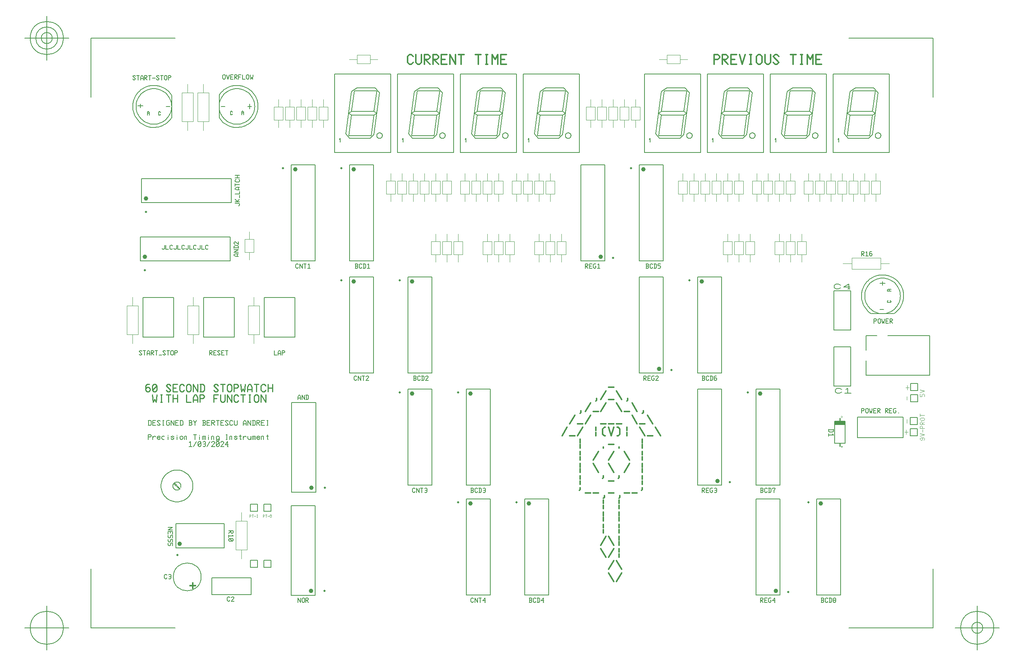
<source format=gbr>
G04 Generated by Ultiboard 14.3 *
%FSLAX34Y34*%
%MOMM*%

%ADD10C,0.0001*%
%ADD11C,0.1000*%
%ADD12C,0.1778*%
%ADD13C,0.2400*%
%ADD14C,0.1700*%
%ADD15C,0.2032*%
%ADD16C,0.0533*%
%ADD17C,0.3333*%
%ADD18C,0.1556*%
%ADD19C,0.2000*%
%ADD20C,0.3300*%
%ADD21C,0.1500*%
%ADD22C,0.2540*%
%ADD23C,0.0556*%
%ADD24C,0.1200*%
%ADD25C,0.0933*%
%ADD26C,0.1333*%
%ADD27C,0.1559*%
%ADD28C,0.0010*%
%ADD29C,0.3056*%
%ADD30C,0.1270*%
%ADD31C,0.50000*%
%ADD32C,1.00000*%


G04 ColorRGB FFFF00 for the following layer *
%LNSilkscreen Top*%
%LPD*%
G54D10*
G54D11*
X94180Y726920D02*
X68680Y726920D01*
X68680Y661920D01*
X94180Y661920D01*
X94180Y726920D01*
X81280Y746920D02*
X81280Y726920D01*
X81280Y661920D02*
X81280Y641920D01*
X231340Y726920D02*
X205840Y726920D01*
X205840Y661920D01*
X231340Y661920D01*
X231340Y726920D01*
X218440Y746920D02*
X218440Y726920D01*
X218440Y661920D02*
X218440Y641920D01*
X368500Y726920D02*
X343000Y726920D01*
X343000Y661920D01*
X368500Y661920D01*
X368500Y726920D01*
X355600Y746920D02*
X355600Y726920D01*
X355600Y661920D02*
X355600Y641920D01*
X340560Y239240D02*
X315060Y239240D01*
X315060Y174240D01*
X340560Y174240D01*
X340560Y239240D01*
X327660Y259240D02*
X327660Y239240D01*
X327660Y174240D02*
X327660Y154240D01*
X680980Y979960D02*
X700580Y979960D01*
X700580Y1009960D01*
X680980Y1009960D01*
X680980Y979960D01*
X690880Y962960D02*
X690780Y979960D01*
X690780Y1009960D02*
X690880Y1026960D01*
X706380Y979960D02*
X725980Y979960D01*
X725980Y1009960D01*
X706380Y1009960D01*
X706380Y979960D01*
X716280Y962960D02*
X716180Y979960D01*
X716180Y1009960D02*
X716280Y1026960D01*
X731780Y979960D02*
X751380Y979960D01*
X751380Y1009960D01*
X731780Y1009960D01*
X731780Y979960D01*
X741680Y962960D02*
X741580Y979960D01*
X741580Y1009960D02*
X741680Y1026960D01*
X757180Y979960D02*
X776780Y979960D01*
X776780Y1009960D01*
X757180Y1009960D01*
X757180Y979960D01*
X767080Y962960D02*
X766980Y979960D01*
X766980Y1009960D02*
X767080Y1026960D01*
X782580Y979960D02*
X802180Y979960D01*
X802180Y1009960D01*
X782580Y1009960D01*
X782580Y979960D01*
X792480Y962960D02*
X792380Y979960D01*
X792380Y1009960D02*
X792480Y1026960D01*
X757180Y842800D02*
X776780Y842800D01*
X776780Y872800D01*
X757180Y872800D01*
X757180Y842800D01*
X767080Y825800D02*
X766980Y842800D01*
X766980Y872800D02*
X767080Y889800D01*
X782580Y842800D02*
X802180Y842800D01*
X802180Y872800D01*
X782580Y872800D01*
X782580Y842800D01*
X792480Y825800D02*
X792380Y842800D01*
X792380Y872800D02*
X792480Y889800D01*
X823220Y979960D02*
X842820Y979960D01*
X842820Y1009960D01*
X823220Y1009960D01*
X823220Y979960D01*
X833120Y962960D02*
X833020Y979960D01*
X833020Y1009960D02*
X833120Y1026960D01*
X874020Y979960D02*
X893620Y979960D01*
X893620Y1009960D01*
X874020Y1009960D01*
X874020Y979960D01*
X883920Y962960D02*
X883820Y979960D01*
X883820Y1009960D02*
X883920Y1026960D01*
X899420Y979960D02*
X919020Y979960D01*
X919020Y1009960D01*
X899420Y1009960D01*
X899420Y979960D01*
X909320Y962960D02*
X909220Y979960D01*
X909220Y1009960D02*
X909320Y1026960D01*
X848620Y979960D02*
X868220Y979960D01*
X868220Y1009960D01*
X848620Y1009960D01*
X848620Y979960D01*
X858520Y962960D02*
X858420Y979960D01*
X858420Y1009960D02*
X858520Y1026960D01*
X899420Y842800D02*
X919020Y842800D01*
X919020Y872800D01*
X899420Y872800D01*
X899420Y842800D01*
X909320Y825800D02*
X909220Y842800D01*
X909220Y872800D02*
X909320Y889800D01*
X874020Y842800D02*
X893620Y842800D01*
X893620Y872800D01*
X874020Y872800D01*
X874020Y842800D01*
X883920Y825800D02*
X883820Y842800D01*
X883820Y872800D02*
X883920Y889800D01*
X1016260Y979960D02*
X1035860Y979960D01*
X1035860Y1009960D01*
X1016260Y1009960D01*
X1016260Y979960D01*
X1026160Y962960D02*
X1026060Y979960D01*
X1026060Y1009960D02*
X1026160Y1026960D01*
X965460Y979960D02*
X985060Y979960D01*
X985060Y1009960D01*
X965460Y1009960D01*
X965460Y979960D01*
X975360Y962960D02*
X975260Y979960D01*
X975260Y1009960D02*
X975360Y1026960D01*
X940060Y979960D02*
X959660Y979960D01*
X959660Y1009960D01*
X940060Y1009960D01*
X940060Y979960D01*
X949960Y962960D02*
X949860Y979960D01*
X949860Y1009960D02*
X949960Y1026960D01*
X990860Y979960D02*
X1010460Y979960D01*
X1010460Y1009960D01*
X990860Y1009960D01*
X990860Y979960D01*
X1000760Y962960D02*
X1000660Y979960D01*
X1000660Y1009960D02*
X1000760Y1026960D01*
X807980Y842800D02*
X827580Y842800D01*
X827580Y872800D01*
X807980Y872800D01*
X807980Y842800D01*
X817880Y825800D02*
X817780Y842800D01*
X817780Y872800D02*
X817880Y889800D01*
X1315980Y979960D02*
X1335580Y979960D01*
X1335580Y1009960D01*
X1315980Y1009960D01*
X1315980Y979960D01*
X1325880Y962960D02*
X1325780Y979960D01*
X1325780Y1009960D02*
X1325880Y1026960D01*
X1341380Y979960D02*
X1360980Y979960D01*
X1360980Y1009960D01*
X1341380Y1009960D01*
X1341380Y979960D01*
X1351280Y962960D02*
X1351180Y979960D01*
X1351180Y1009960D02*
X1351280Y1026960D01*
X1366780Y979960D02*
X1386380Y979960D01*
X1386380Y1009960D01*
X1366780Y1009960D01*
X1366780Y979960D01*
X1376680Y962960D02*
X1376580Y979960D01*
X1376580Y1009960D02*
X1376680Y1026960D01*
X1392180Y979960D02*
X1411780Y979960D01*
X1411780Y1009960D01*
X1392180Y1009960D01*
X1392180Y979960D01*
X1402080Y962960D02*
X1401980Y979960D01*
X1401980Y1009960D02*
X1402080Y1026960D01*
X1417580Y979960D02*
X1437180Y979960D01*
X1437180Y1009960D01*
X1417580Y1009960D01*
X1417580Y979960D01*
X1427480Y962960D02*
X1427380Y979960D01*
X1427380Y1009960D02*
X1427480Y1026960D01*
X1442980Y979960D02*
X1462580Y979960D01*
X1462580Y1009960D01*
X1442980Y1009960D01*
X1442980Y979960D01*
X1452880Y962960D02*
X1452780Y979960D01*
X1452780Y1009960D02*
X1452880Y1026960D01*
X1107700Y1147600D02*
X1127300Y1147600D01*
X1127300Y1177600D01*
X1107700Y1177600D01*
X1107700Y1147600D01*
X1117600Y1130600D02*
X1117500Y1147600D01*
X1117500Y1177600D02*
X1117600Y1194600D01*
X1133100Y1147600D02*
X1152700Y1147600D01*
X1152700Y1177600D01*
X1133100Y1177600D01*
X1133100Y1147600D01*
X1143000Y1130600D02*
X1142900Y1147600D01*
X1142900Y1177600D02*
X1143000Y1194600D01*
X1158500Y1147600D02*
X1178100Y1147600D01*
X1178100Y1177600D01*
X1158500Y1177600D01*
X1158500Y1147600D01*
X1168400Y1130600D02*
X1168300Y1147600D01*
X1168300Y1177600D02*
X1168400Y1194600D01*
X1183900Y1147600D02*
X1203500Y1147600D01*
X1203500Y1177600D01*
X1183900Y1177600D01*
X1183900Y1147600D01*
X1193800Y1130600D02*
X1193700Y1147600D01*
X1193700Y1177600D02*
X1193800Y1194600D01*
X1209300Y1147600D02*
X1228900Y1147600D01*
X1228900Y1177600D01*
X1209300Y1177600D01*
X1209300Y1147600D01*
X1219200Y1130600D02*
X1219100Y1147600D01*
X1219100Y1177600D02*
X1219200Y1194600D01*
X1417580Y842800D02*
X1437180Y842800D01*
X1437180Y872800D01*
X1417580Y872800D01*
X1417580Y842800D01*
X1427480Y825800D02*
X1427380Y842800D01*
X1427380Y872800D02*
X1427480Y889800D01*
X1442980Y842800D02*
X1462580Y842800D01*
X1462580Y872800D01*
X1442980Y872800D01*
X1442980Y842800D01*
X1452880Y825800D02*
X1452780Y842800D01*
X1452780Y872800D02*
X1452880Y889800D01*
X1468380Y842800D02*
X1487980Y842800D01*
X1487980Y872800D01*
X1468380Y872800D01*
X1468380Y842800D01*
X1478280Y825800D02*
X1478180Y842800D01*
X1478180Y872800D02*
X1478280Y889800D01*
X1483620Y979960D02*
X1503220Y979960D01*
X1503220Y1009960D01*
X1483620Y1009960D01*
X1483620Y979960D01*
X1493520Y962960D02*
X1493420Y979960D01*
X1493420Y1009960D02*
X1493520Y1026960D01*
X1509020Y979960D02*
X1528620Y979960D01*
X1528620Y1009960D01*
X1509020Y1009960D01*
X1509020Y979960D01*
X1518920Y962960D02*
X1518820Y979960D01*
X1518820Y1009960D02*
X1518920Y1026960D01*
X1534420Y979960D02*
X1554020Y979960D01*
X1554020Y1009960D01*
X1534420Y1009960D01*
X1534420Y979960D01*
X1544320Y962960D02*
X1544220Y979960D01*
X1544220Y1009960D02*
X1544320Y1026960D01*
X1559820Y979960D02*
X1579420Y979960D01*
X1579420Y1009960D01*
X1559820Y1009960D01*
X1559820Y979960D01*
X1569720Y962960D02*
X1569620Y979960D01*
X1569620Y1009960D02*
X1569720Y1026960D01*
X1585220Y842800D02*
X1604820Y842800D01*
X1604820Y872800D01*
X1585220Y872800D01*
X1585220Y842800D01*
X1595120Y825800D02*
X1595020Y842800D01*
X1595020Y872800D02*
X1595120Y889800D01*
X1559820Y842800D02*
X1579420Y842800D01*
X1579420Y872800D01*
X1559820Y872800D01*
X1559820Y842800D01*
X1569720Y825800D02*
X1569620Y842800D01*
X1569620Y872800D02*
X1569720Y889800D01*
X1534420Y842800D02*
X1554020Y842800D01*
X1554020Y872800D01*
X1534420Y872800D01*
X1534420Y842800D01*
X1544320Y825800D02*
X1544220Y842800D01*
X1544220Y872800D02*
X1544320Y889800D01*
X1600460Y979960D02*
X1620060Y979960D01*
X1620060Y1009960D01*
X1600460Y1009960D01*
X1600460Y979960D01*
X1610360Y962960D02*
X1610260Y979960D01*
X1610260Y1009960D02*
X1610360Y1026960D01*
X1625860Y979960D02*
X1645460Y979960D01*
X1645460Y1009960D01*
X1625860Y1009960D01*
X1625860Y979960D01*
X1635760Y962960D02*
X1635660Y979960D01*
X1635660Y1009960D02*
X1635760Y1026960D01*
X1651260Y979960D02*
X1670860Y979960D01*
X1670860Y1009960D01*
X1651260Y1009960D01*
X1651260Y979960D01*
X1661160Y962960D02*
X1661060Y979960D01*
X1661060Y1009960D02*
X1661160Y1026960D01*
X1676660Y979960D02*
X1696260Y979960D01*
X1696260Y1009960D01*
X1676660Y1009960D01*
X1676660Y979960D01*
X1686560Y962960D02*
X1686460Y979960D01*
X1686460Y1009960D02*
X1686560Y1026960D01*
X1702060Y979960D02*
X1721660Y979960D01*
X1721660Y1009960D01*
X1702060Y1009960D01*
X1702060Y979960D01*
X1711960Y962960D02*
X1711860Y979960D01*
X1711860Y1009960D02*
X1711960Y1026960D01*
X1727460Y979960D02*
X1747060Y979960D01*
X1747060Y1009960D01*
X1727460Y1009960D01*
X1727460Y979960D01*
X1737360Y962960D02*
X1737260Y979960D01*
X1737260Y1009960D02*
X1737360Y1026960D01*
X1752860Y979960D02*
X1772460Y979960D01*
X1772460Y1009960D01*
X1752860Y1009960D01*
X1752860Y979960D01*
X1762760Y962960D02*
X1762660Y979960D01*
X1762660Y1009960D02*
X1762760Y1026960D01*
X401580Y1147600D02*
X421180Y1147600D01*
X421180Y1177600D01*
X401580Y1177600D01*
X401580Y1147600D01*
X411480Y1130600D02*
X411380Y1147600D01*
X411380Y1177600D02*
X411480Y1194600D01*
X426980Y1147600D02*
X446580Y1147600D01*
X446580Y1177600D01*
X426980Y1177600D01*
X426980Y1147600D01*
X436880Y1130600D02*
X436780Y1147600D01*
X436780Y1177600D02*
X436880Y1194600D01*
X452380Y1147600D02*
X471980Y1147600D01*
X471980Y1177600D01*
X452380Y1177600D01*
X452380Y1147600D01*
X462280Y1130600D02*
X462180Y1147600D01*
X462180Y1177600D02*
X462280Y1194600D01*
X477780Y1147600D02*
X497380Y1147600D01*
X497380Y1177600D01*
X477780Y1177600D01*
X477780Y1147600D01*
X487680Y1130600D02*
X487580Y1147600D01*
X487580Y1177600D02*
X487680Y1194600D01*
X503180Y1147600D02*
X522780Y1147600D01*
X522780Y1177600D01*
X503180Y1177600D01*
X503180Y1147600D01*
X513080Y1130600D02*
X512980Y1147600D01*
X512980Y1177600D02*
X513080Y1194600D01*
X655580Y979960D02*
X675180Y979960D01*
X675180Y1009960D01*
X655580Y1009960D01*
X655580Y979960D01*
X665480Y962960D02*
X665380Y979960D01*
X665380Y1009960D02*
X665480Y1026960D01*
X588800Y1295140D02*
X618800Y1295140D01*
X618800Y1275540D01*
X588800Y1275540D01*
X588800Y1295140D01*
X571800Y1285240D02*
X588800Y1285340D01*
X618800Y1285340D02*
X635800Y1285240D01*
X1289840Y1295140D02*
X1319840Y1295140D01*
X1319840Y1275540D01*
X1289840Y1275540D01*
X1289840Y1295140D01*
X1272840Y1285240D02*
X1289840Y1285340D01*
X1319840Y1285340D02*
X1336840Y1285240D01*
G36*
X1669920Y456649D02*
X1669920Y464649D01*
X1692332Y464649D01*
X1692332Y456649D01*
X1669920Y456649D01*
G37*
X335540Y847880D02*
X355140Y847880D01*
X355140Y877880D01*
X335540Y877880D01*
X335540Y847880D01*
X345440Y830880D02*
X345340Y847880D01*
X345340Y877880D02*
X345440Y894880D01*
X924820Y842800D02*
X944420Y842800D01*
X944420Y872800D01*
X924820Y872800D01*
X924820Y842800D01*
X934720Y825800D02*
X934620Y842800D01*
X934620Y872800D02*
X934720Y889800D01*
X990860Y842800D02*
X1010460Y842800D01*
X1010460Y872800D01*
X990860Y872800D01*
X990860Y842800D01*
X1000760Y825800D02*
X1000660Y842800D01*
X1000660Y872800D02*
X1000760Y889800D01*
X1016260Y842800D02*
X1035860Y842800D01*
X1035860Y872800D01*
X1016260Y872800D01*
X1016260Y842800D01*
X1026160Y825800D02*
X1026060Y842800D01*
X1026060Y872800D02*
X1026160Y889800D01*
X1041660Y842800D02*
X1061260Y842800D01*
X1061260Y872800D01*
X1041660Y872800D01*
X1041660Y842800D01*
X1051560Y825800D02*
X1051460Y842800D01*
X1051460Y872800D02*
X1051560Y889800D01*
X218640Y1209520D02*
X193140Y1209520D01*
X193140Y1144520D01*
X218640Y1144520D01*
X218640Y1209520D01*
X205740Y1229520D02*
X205740Y1209520D01*
X205740Y1144520D02*
X205740Y1124520D01*
X254200Y1209520D02*
X228700Y1209520D01*
X228700Y1144520D01*
X254200Y1144520D01*
X254200Y1209520D01*
X241300Y1229520D02*
X241300Y1209520D01*
X241300Y1144520D02*
X241300Y1124520D01*
X1773400Y810060D02*
X1708400Y810060D01*
X1708400Y835560D01*
X1773400Y835560D01*
X1773400Y810060D01*
X1793400Y822960D02*
X1773400Y822960D01*
X1708400Y822960D02*
X1688400Y822960D01*
G54D12*
X116898Y455929D02*
X121449Y455929D01*
X123724Y458214D01*
X123724Y465071D01*
X121449Y467357D01*
X116898Y467357D01*
X118036Y467357D02*
X118036Y455929D01*
X133964Y455929D02*
X127138Y455929D01*
X127138Y461643D01*
X127138Y467357D01*
X133964Y467357D01*
X127138Y461643D02*
X131689Y461643D01*
X137378Y458214D02*
X139653Y455929D01*
X141929Y455929D01*
X144204Y458214D01*
X137378Y465071D01*
X139653Y467357D01*
X141929Y467357D01*
X144204Y465071D01*
X149893Y455929D02*
X152169Y455929D01*
X149893Y467357D02*
X152169Y467357D01*
X151031Y455929D02*
X151031Y467357D01*
X162409Y461643D02*
X164684Y461643D01*
X164684Y458214D01*
X162409Y455929D01*
X160133Y455929D01*
X157858Y458214D01*
X157858Y465071D01*
X160133Y467357D01*
X164684Y467357D01*
X168098Y455929D02*
X168098Y467357D01*
X174924Y455929D01*
X174924Y467357D01*
X185164Y455929D02*
X178338Y455929D01*
X178338Y461643D01*
X178338Y467357D01*
X185164Y467357D01*
X178338Y461643D02*
X182889Y461643D01*
X188578Y455929D02*
X193129Y455929D01*
X195404Y458214D01*
X195404Y465071D01*
X193129Y467357D01*
X188578Y467357D01*
X189716Y467357D02*
X189716Y455929D01*
X209058Y455929D02*
X213609Y455929D01*
X215884Y458214D01*
X215884Y459357D01*
X213609Y461643D01*
X215884Y463929D01*
X215884Y465071D01*
X213609Y467357D01*
X210196Y467357D01*
X209058Y467357D01*
X210196Y461643D02*
X213609Y461643D01*
X210196Y467357D02*
X210196Y455929D01*
X219298Y467357D02*
X222711Y461643D01*
X226124Y467357D01*
X222711Y461643D02*
X222711Y455929D01*
X239778Y455929D02*
X244329Y455929D01*
X246604Y458214D01*
X246604Y459357D01*
X244329Y461643D01*
X246604Y463929D01*
X246604Y465071D01*
X244329Y467357D01*
X240916Y467357D01*
X239778Y467357D01*
X240916Y461643D02*
X244329Y461643D01*
X240916Y467357D02*
X240916Y455929D01*
X256844Y455929D02*
X250018Y455929D01*
X250018Y461643D01*
X250018Y467357D01*
X256844Y467357D01*
X250018Y461643D02*
X254569Y461643D01*
X260258Y455929D02*
X260258Y467357D01*
X264809Y467357D01*
X267084Y465071D01*
X267084Y463929D01*
X264809Y461643D01*
X260258Y461643D01*
X261396Y461643D02*
X267084Y455929D01*
X273911Y455929D02*
X273911Y467357D01*
X270498Y467357D02*
X277324Y467357D01*
X287564Y455929D02*
X280738Y455929D01*
X280738Y461643D01*
X280738Y467357D01*
X287564Y467357D01*
X280738Y461643D02*
X285289Y461643D01*
X290978Y458214D02*
X293253Y455929D01*
X295529Y455929D01*
X297804Y458214D01*
X290978Y465071D01*
X293253Y467357D01*
X295529Y467357D01*
X297804Y465071D01*
X308044Y458214D02*
X305769Y455929D01*
X303493Y455929D01*
X301218Y458214D01*
X301218Y465071D01*
X303493Y467357D01*
X305769Y467357D01*
X308044Y465071D01*
X311458Y467357D02*
X311458Y458214D01*
X313733Y455929D01*
X316009Y455929D01*
X318284Y458214D01*
X318284Y467357D01*
X331938Y455929D02*
X331938Y462786D01*
X334213Y467357D01*
X336489Y467357D01*
X338764Y462786D01*
X338764Y455929D01*
X331938Y459357D02*
X338764Y459357D01*
X342178Y455929D02*
X342178Y467357D01*
X349004Y455929D01*
X349004Y467357D01*
X352418Y455929D02*
X356969Y455929D01*
X359244Y458214D01*
X359244Y465071D01*
X356969Y467357D01*
X352418Y467357D01*
X353556Y467357D02*
X353556Y455929D01*
X362658Y455929D02*
X362658Y467357D01*
X367209Y467357D01*
X369484Y465071D01*
X369484Y463929D01*
X367209Y461643D01*
X362658Y461643D01*
X363796Y461643D02*
X369484Y455929D01*
X379724Y455929D02*
X372898Y455929D01*
X372898Y461643D01*
X372898Y467357D01*
X379724Y467357D01*
X372898Y461643D02*
X377449Y461643D01*
X385413Y455929D02*
X387689Y455929D01*
X385413Y467357D02*
X387689Y467357D01*
X386551Y455929D02*
X386551Y467357D01*
X116898Y423929D02*
X116898Y435357D01*
X121449Y435357D01*
X123724Y433071D01*
X123724Y431929D01*
X121449Y429643D01*
X116898Y429643D01*
X127138Y428500D02*
X130551Y431929D01*
X131689Y431929D01*
X133964Y429643D01*
X127138Y423929D02*
X127138Y431929D01*
X144204Y426214D02*
X141929Y423929D01*
X139653Y423929D01*
X137378Y426214D01*
X137378Y429643D01*
X139653Y431929D01*
X141929Y431929D01*
X144204Y429643D01*
X143067Y428500D01*
X137378Y428500D01*
X153307Y425071D02*
X152169Y423929D01*
X149893Y423929D01*
X147618Y426214D01*
X147618Y429643D01*
X149893Y431929D01*
X152169Y431929D01*
X153307Y430786D01*
X161271Y423929D02*
X161271Y430786D01*
X161271Y433071D02*
X161271Y434214D01*
X168098Y426214D02*
X170373Y423929D01*
X172649Y423929D01*
X174924Y426214D01*
X168098Y429643D01*
X170373Y431929D01*
X172649Y431929D01*
X174924Y429643D01*
X181751Y423929D02*
X181751Y430786D01*
X181751Y433071D02*
X181751Y434214D01*
X188578Y426214D02*
X190853Y423929D01*
X193129Y423929D01*
X195404Y426214D01*
X195404Y429643D01*
X193129Y431929D01*
X190853Y431929D01*
X188578Y429643D01*
X188578Y426214D01*
X198818Y423929D02*
X198818Y430786D01*
X198818Y431929D01*
X198818Y430786D02*
X199956Y431929D01*
X202231Y431929D01*
X203369Y430786D01*
X203369Y423929D01*
X222711Y423929D02*
X222711Y435357D01*
X219298Y435357D02*
X226124Y435357D01*
X232951Y423929D02*
X232951Y430786D01*
X232951Y433071D02*
X232951Y434214D01*
X239778Y423929D02*
X239778Y430786D01*
X239778Y431929D01*
X239778Y430786D02*
X240916Y431929D01*
X242053Y431929D01*
X243191Y430786D01*
X244329Y431929D01*
X245467Y431929D01*
X246604Y430786D01*
X246604Y423929D01*
X243191Y430786D02*
X243191Y423929D01*
X253431Y423929D02*
X253431Y430786D01*
X253431Y433071D02*
X253431Y434214D01*
X260258Y423929D02*
X260258Y430786D01*
X260258Y431929D01*
X260258Y430786D02*
X261396Y431929D01*
X263671Y431929D01*
X264809Y430786D01*
X264809Y423929D01*
X270498Y422786D02*
X272773Y420500D01*
X275049Y420500D01*
X277324Y422786D01*
X277324Y426214D01*
X277324Y429643D01*
X275049Y431929D01*
X272773Y431929D01*
X270498Y429643D01*
X270498Y426214D01*
X272773Y423929D01*
X275049Y423929D01*
X277324Y426214D01*
X293253Y423929D02*
X295529Y423929D01*
X293253Y435357D02*
X295529Y435357D01*
X294391Y423929D02*
X294391Y435357D01*
X301218Y423929D02*
X301218Y430786D01*
X301218Y431929D01*
X301218Y430786D02*
X302356Y431929D01*
X304631Y431929D01*
X305769Y430786D01*
X305769Y423929D01*
X311458Y426214D02*
X313733Y423929D01*
X316009Y423929D01*
X318284Y426214D01*
X311458Y429643D01*
X313733Y431929D01*
X316009Y431929D01*
X318284Y429643D01*
X327387Y425071D02*
X326249Y423929D01*
X325111Y425071D01*
X325111Y435357D01*
X322836Y431929D02*
X327387Y431929D01*
X331938Y428500D02*
X335351Y431929D01*
X336489Y431929D01*
X338764Y429643D01*
X331938Y423929D02*
X331938Y431929D01*
X342178Y431929D02*
X342178Y426214D01*
X344453Y423929D01*
X346729Y423929D01*
X349004Y426214D01*
X349004Y431929D01*
X349004Y426214D02*
X349004Y423929D01*
X352418Y423929D02*
X352418Y430786D01*
X352418Y431929D01*
X352418Y430786D02*
X353556Y431929D01*
X354693Y431929D01*
X355831Y430786D01*
X356969Y431929D01*
X358107Y431929D01*
X359244Y430786D01*
X359244Y423929D01*
X355831Y430786D02*
X355831Y423929D01*
X369484Y426214D02*
X367209Y423929D01*
X364933Y423929D01*
X362658Y426214D01*
X362658Y429643D01*
X364933Y431929D01*
X367209Y431929D01*
X369484Y429643D01*
X368347Y428500D01*
X362658Y428500D01*
X372898Y423929D02*
X372898Y430786D01*
X372898Y431929D01*
X372898Y430786D02*
X374036Y431929D01*
X376311Y431929D01*
X377449Y430786D01*
X377449Y423929D01*
X388827Y425071D02*
X387689Y423929D01*
X386551Y425071D01*
X386551Y435357D01*
X384276Y431929D02*
X388827Y431929D01*
X210196Y417071D02*
X212471Y419357D01*
X212471Y407929D01*
X209058Y407929D02*
X215884Y407929D01*
X226124Y419357D02*
X219298Y407929D01*
X229538Y417071D02*
X231813Y419357D01*
X234089Y419357D01*
X236364Y417071D01*
X236364Y410214D01*
X234089Y407929D01*
X231813Y407929D01*
X229538Y410214D01*
X229538Y417071D01*
X236364Y417071D02*
X229538Y410214D01*
X240916Y418214D02*
X242053Y419357D01*
X244329Y419357D01*
X246604Y417071D01*
X246604Y414786D01*
X245467Y413643D01*
X246604Y412500D01*
X246604Y410214D01*
X244329Y407929D01*
X242053Y407929D01*
X240916Y409071D01*
X242053Y413643D02*
X245467Y413643D01*
X256844Y419357D02*
X250018Y407929D01*
X260258Y417071D02*
X262533Y419357D01*
X264809Y419357D01*
X267084Y417071D01*
X267084Y415929D01*
X260258Y407929D01*
X267084Y407929D01*
X267084Y409071D01*
X270498Y417071D02*
X272773Y419357D01*
X275049Y419357D01*
X277324Y417071D01*
X277324Y410214D01*
X275049Y407929D01*
X272773Y407929D01*
X270498Y410214D01*
X270498Y417071D01*
X277324Y417071D02*
X270498Y410214D01*
X280738Y417071D02*
X283013Y419357D01*
X285289Y419357D01*
X287564Y417071D01*
X287564Y415929D01*
X280738Y407929D01*
X287564Y407929D01*
X287564Y409071D01*
X297804Y412500D02*
X290978Y412500D01*
X296667Y419357D01*
X296667Y407929D01*
X295529Y407929D02*
X297804Y407929D01*
G54D13*
X119460Y549466D02*
X114340Y549466D01*
X110927Y546037D01*
X110927Y539180D01*
X110927Y535751D01*
X114340Y532323D01*
X117753Y532323D01*
X121167Y535751D01*
X121167Y539180D01*
X117753Y542609D01*
X114340Y542609D01*
X110927Y539180D01*
X126287Y546037D02*
X129700Y549466D01*
X133113Y549466D01*
X136527Y546037D01*
X136527Y535751D01*
X133113Y532323D01*
X129700Y532323D01*
X126287Y535751D01*
X126287Y546037D01*
X136527Y546037D02*
X126287Y535751D01*
X157007Y535751D02*
X160420Y532323D01*
X163833Y532323D01*
X167247Y535751D01*
X157007Y546037D01*
X160420Y549466D01*
X163833Y549466D01*
X167247Y546037D01*
X182607Y532323D02*
X172367Y532323D01*
X172367Y540894D01*
X172367Y549466D01*
X182607Y549466D01*
X172367Y540894D02*
X179193Y540894D01*
X197967Y535751D02*
X194553Y532323D01*
X191140Y532323D01*
X187727Y535751D01*
X187727Y546037D01*
X191140Y549466D01*
X194553Y549466D01*
X197967Y546037D01*
X203087Y535751D02*
X206500Y532323D01*
X209913Y532323D01*
X213327Y535751D01*
X213327Y546037D01*
X209913Y549466D01*
X206500Y549466D01*
X203087Y546037D01*
X203087Y535751D01*
X218447Y532323D02*
X218447Y549466D01*
X228687Y532323D01*
X228687Y549466D01*
X233807Y532323D02*
X240633Y532323D01*
X244047Y535751D01*
X244047Y546037D01*
X240633Y549466D01*
X233807Y549466D01*
X235513Y549466D02*
X235513Y532323D01*
X264527Y535751D02*
X267940Y532323D01*
X271353Y532323D01*
X274767Y535751D01*
X264527Y546037D01*
X267940Y549466D01*
X271353Y549466D01*
X274767Y546037D01*
X285007Y532323D02*
X285007Y549466D01*
X279887Y549466D02*
X290127Y549466D01*
X295247Y535751D02*
X298660Y532323D01*
X302073Y532323D01*
X305487Y535751D01*
X305487Y546037D01*
X302073Y549466D01*
X298660Y549466D01*
X295247Y546037D01*
X295247Y535751D01*
X310607Y532323D02*
X310607Y549466D01*
X317433Y549466D01*
X320847Y546037D01*
X320847Y544323D01*
X317433Y540894D01*
X310607Y540894D01*
X325967Y549466D02*
X327673Y532323D01*
X331087Y539180D01*
X334500Y532323D01*
X336207Y549466D01*
X341327Y532323D02*
X341327Y542609D01*
X344740Y549466D01*
X348153Y549466D01*
X351567Y542609D01*
X351567Y532323D01*
X341327Y537466D02*
X351567Y537466D01*
X361807Y532323D02*
X361807Y549466D01*
X356687Y549466D02*
X366927Y549466D01*
X382287Y535751D02*
X378873Y532323D01*
X375460Y532323D01*
X372047Y535751D01*
X372047Y546037D01*
X375460Y549466D01*
X378873Y549466D01*
X382287Y546037D01*
X387407Y532323D02*
X387407Y549466D01*
X397647Y532323D02*
X397647Y549466D01*
X387407Y540894D02*
X397647Y540894D01*
X126287Y525466D02*
X127993Y508323D01*
X131407Y515180D01*
X134820Y508323D01*
X136527Y525466D01*
X145060Y508323D02*
X148473Y508323D01*
X145060Y525466D02*
X148473Y525466D01*
X146767Y508323D02*
X146767Y525466D01*
X162127Y508323D02*
X162127Y525466D01*
X157007Y525466D02*
X167247Y525466D01*
X172367Y508323D02*
X172367Y525466D01*
X182607Y508323D02*
X182607Y525466D01*
X172367Y516894D02*
X182607Y516894D01*
X203087Y525466D02*
X203087Y508323D01*
X213327Y508323D01*
X218447Y508323D02*
X218447Y518609D01*
X221860Y525466D01*
X225273Y525466D01*
X228687Y518609D01*
X228687Y508323D01*
X218447Y513466D02*
X228687Y513466D01*
X233807Y508323D02*
X233807Y525466D01*
X240633Y525466D01*
X244047Y522037D01*
X244047Y520323D01*
X240633Y516894D01*
X233807Y516894D01*
X264527Y508323D02*
X264527Y525466D01*
X274767Y525466D01*
X264527Y516894D02*
X271353Y516894D01*
X279887Y525466D02*
X279887Y511751D01*
X283300Y508323D01*
X286713Y508323D01*
X290127Y511751D01*
X290127Y525466D01*
X295247Y508323D02*
X295247Y525466D01*
X305487Y508323D01*
X305487Y525466D01*
X320847Y511751D02*
X317433Y508323D01*
X314020Y508323D01*
X310607Y511751D01*
X310607Y522037D01*
X314020Y525466D01*
X317433Y525466D01*
X320847Y522037D01*
X331087Y508323D02*
X331087Y525466D01*
X325967Y525466D02*
X336207Y525466D01*
X344740Y508323D02*
X348153Y508323D01*
X344740Y525466D02*
X348153Y525466D01*
X346447Y508323D02*
X346447Y525466D01*
X356687Y511751D02*
X360100Y508323D01*
X363513Y508323D01*
X366927Y511751D01*
X366927Y522037D01*
X363513Y525466D01*
X360100Y525466D01*
X356687Y522037D01*
X356687Y511751D01*
X372047Y508323D02*
X372047Y525466D01*
X382287Y508323D01*
X382287Y525466D01*
G54D14*
X1502136Y55040D02*
X1502136Y65040D01*
X1506118Y65040D01*
X1508109Y63040D01*
X1508109Y62040D01*
X1506118Y60040D01*
X1502136Y60040D01*
X1503131Y60040D02*
X1508109Y55040D01*
X1517069Y55040D02*
X1511096Y55040D01*
X1511096Y60040D01*
X1511096Y65040D01*
X1517069Y65040D01*
X1511096Y60040D02*
X1515078Y60040D01*
X1524038Y60040D02*
X1526029Y60040D01*
X1526029Y57040D01*
X1524038Y55040D01*
X1522047Y55040D01*
X1520056Y57040D01*
X1520056Y63040D01*
X1522047Y65040D01*
X1526029Y65040D01*
X1534989Y59040D02*
X1529016Y59040D01*
X1533993Y65040D01*
X1533993Y55040D01*
X1532998Y55040D02*
X1534989Y55040D01*
X1370056Y303960D02*
X1370056Y313960D01*
X1374038Y313960D01*
X1376029Y311960D01*
X1376029Y310960D01*
X1374038Y308960D01*
X1370056Y308960D01*
X1371051Y308960D02*
X1376029Y303960D01*
X1384989Y303960D02*
X1379016Y303960D01*
X1379016Y308960D01*
X1379016Y313960D01*
X1384989Y313960D01*
X1379016Y308960D02*
X1382998Y308960D01*
X1391958Y308960D02*
X1393949Y308960D01*
X1393949Y305960D01*
X1391958Y303960D01*
X1389967Y303960D01*
X1387976Y305960D01*
X1387976Y311960D01*
X1389967Y313960D01*
X1393949Y313960D01*
X1397931Y312960D02*
X1398927Y313960D01*
X1400918Y313960D01*
X1402909Y311960D01*
X1402909Y309960D01*
X1401913Y308960D01*
X1402909Y307960D01*
X1402909Y305960D01*
X1400918Y303960D01*
X1398927Y303960D01*
X1397931Y304960D01*
X1398927Y308960D02*
X1401913Y308960D01*
X1105896Y811960D02*
X1105896Y821960D01*
X1109878Y821960D01*
X1111869Y819960D01*
X1111869Y818960D01*
X1109878Y816960D01*
X1105896Y816960D01*
X1106891Y816960D02*
X1111869Y811960D01*
X1120829Y811960D02*
X1114856Y811960D01*
X1114856Y816960D01*
X1114856Y821960D01*
X1120829Y821960D01*
X1114856Y816960D02*
X1118838Y816960D01*
X1127798Y816960D02*
X1129789Y816960D01*
X1129789Y813960D01*
X1127798Y811960D01*
X1125807Y811960D01*
X1123816Y813960D01*
X1123816Y819960D01*
X1125807Y821960D01*
X1129789Y821960D01*
X1133771Y819960D02*
X1135762Y821960D01*
X1135762Y811960D01*
X1132776Y811960D02*
X1138749Y811960D01*
X1237976Y557960D02*
X1237976Y567960D01*
X1241958Y567960D01*
X1243949Y565960D01*
X1243949Y564960D01*
X1241958Y562960D01*
X1237976Y562960D01*
X1238971Y562960D02*
X1243949Y557960D01*
X1252909Y557960D02*
X1246936Y557960D01*
X1246936Y562960D01*
X1246936Y567960D01*
X1252909Y567960D01*
X1246936Y562960D02*
X1250918Y562960D01*
X1259878Y562960D02*
X1261869Y562960D01*
X1261869Y559960D01*
X1259878Y557960D01*
X1257887Y557960D01*
X1255896Y559960D01*
X1255896Y565960D01*
X1257887Y567960D01*
X1261869Y567960D01*
X1264856Y565960D02*
X1266847Y567960D01*
X1268838Y567960D01*
X1270829Y565960D01*
X1270829Y564960D01*
X1264856Y557960D01*
X1270829Y557960D01*
X1270829Y558960D01*
X298880Y217444D02*
X308880Y217444D01*
X308880Y213462D01*
X306880Y211471D01*
X305880Y211471D01*
X303880Y213462D01*
X303880Y217444D01*
X303880Y216449D02*
X298880Y211471D01*
X306880Y207489D02*
X308880Y205498D01*
X298880Y205498D01*
X298880Y208484D02*
X298880Y202511D01*
X306880Y199524D02*
X308880Y197533D01*
X308880Y195542D01*
X306880Y193551D01*
X300880Y193551D01*
X298880Y195542D01*
X298880Y197533D01*
X300880Y199524D01*
X306880Y199524D01*
X306880Y193551D02*
X300880Y199524D01*
X720709Y305960D02*
X718718Y303960D01*
X716727Y303960D01*
X714736Y305960D01*
X714736Y311960D01*
X716727Y313960D01*
X718718Y313960D01*
X720709Y311960D01*
X723696Y303960D02*
X723696Y313960D01*
X729669Y303960D01*
X729669Y313960D01*
X735642Y303960D02*
X735642Y313960D01*
X732656Y313960D02*
X738629Y313960D01*
X742611Y312960D02*
X743607Y313960D01*
X745598Y313960D01*
X747589Y311960D01*
X747589Y309960D01*
X746593Y308960D01*
X747589Y307960D01*
X747589Y305960D01*
X745598Y303960D01*
X743607Y303960D01*
X742611Y304960D01*
X743607Y308960D02*
X746593Y308960D01*
X846816Y303960D02*
X850798Y303960D01*
X852789Y305960D01*
X852789Y306960D01*
X850798Y308960D01*
X852789Y310960D01*
X852789Y311960D01*
X850798Y313960D01*
X847811Y313960D01*
X846816Y313960D01*
X847811Y308960D02*
X850798Y308960D01*
X847811Y313960D02*
X847811Y303960D01*
X861749Y305960D02*
X859758Y303960D01*
X857767Y303960D01*
X855776Y305960D01*
X855776Y311960D01*
X857767Y313960D01*
X859758Y313960D01*
X861749Y311960D01*
X864736Y303960D02*
X868718Y303960D01*
X870709Y305960D01*
X870709Y311960D01*
X868718Y313960D01*
X864736Y313960D01*
X865731Y313960D02*
X865731Y303960D01*
X874691Y312960D02*
X875687Y313960D01*
X877678Y313960D01*
X879669Y311960D01*
X879669Y309960D01*
X878673Y308960D01*
X879669Y307960D01*
X879669Y305960D01*
X877678Y303960D01*
X875687Y303960D01*
X874691Y304960D01*
X875687Y308960D02*
X878673Y308960D01*
X1502136Y303960D02*
X1506118Y303960D01*
X1508109Y305960D01*
X1508109Y306960D01*
X1506118Y308960D01*
X1508109Y310960D01*
X1508109Y311960D01*
X1506118Y313960D01*
X1503131Y313960D01*
X1502136Y313960D01*
X1503131Y308960D02*
X1506118Y308960D01*
X1503131Y313960D02*
X1503131Y303960D01*
X1517069Y305960D02*
X1515078Y303960D01*
X1513087Y303960D01*
X1511096Y305960D01*
X1511096Y311960D01*
X1513087Y313960D01*
X1515078Y313960D01*
X1517069Y311960D01*
X1520056Y303960D02*
X1524038Y303960D01*
X1526029Y305960D01*
X1526029Y311960D01*
X1524038Y313960D01*
X1520056Y313960D01*
X1521051Y313960D02*
X1521051Y303960D01*
X1532002Y303960D02*
X1532002Y308960D01*
X1534989Y311960D01*
X1534989Y313960D01*
X1529016Y313960D01*
X1529016Y311960D01*
X588629Y559960D02*
X586638Y557960D01*
X584647Y557960D01*
X582656Y559960D01*
X582656Y565960D01*
X584647Y567960D01*
X586638Y567960D01*
X588629Y565960D01*
X591616Y557960D02*
X591616Y567960D01*
X597589Y557960D01*
X597589Y567960D01*
X603562Y557960D02*
X603562Y567960D01*
X600576Y567960D02*
X606549Y567960D01*
X609536Y565960D02*
X611527Y567960D01*
X613518Y567960D01*
X615509Y565960D01*
X615509Y564960D01*
X609536Y557960D01*
X615509Y557960D01*
X615509Y558960D01*
X717276Y557960D02*
X721258Y557960D01*
X723249Y559960D01*
X723249Y560960D01*
X721258Y562960D01*
X723249Y564960D01*
X723249Y565960D01*
X721258Y567960D01*
X718271Y567960D01*
X717276Y567960D01*
X718271Y562960D02*
X721258Y562960D01*
X718271Y567960D02*
X718271Y557960D01*
X732209Y559960D02*
X730218Y557960D01*
X728227Y557960D01*
X726236Y559960D01*
X726236Y565960D01*
X728227Y567960D01*
X730218Y567960D01*
X732209Y565960D01*
X735196Y557960D02*
X739178Y557960D01*
X741169Y559960D01*
X741169Y565960D01*
X739178Y567960D01*
X735196Y567960D01*
X736191Y567960D02*
X736191Y557960D01*
X744156Y565960D02*
X746147Y567960D01*
X748138Y567960D01*
X750129Y565960D01*
X750129Y564960D01*
X744156Y557960D01*
X750129Y557960D01*
X750129Y558960D01*
X1370056Y557960D02*
X1374038Y557960D01*
X1376029Y559960D01*
X1376029Y560960D01*
X1374038Y562960D01*
X1376029Y564960D01*
X1376029Y565960D01*
X1374038Y567960D01*
X1371051Y567960D01*
X1370056Y567960D01*
X1371051Y562960D02*
X1374038Y562960D01*
X1371051Y567960D02*
X1371051Y557960D01*
X1384989Y559960D02*
X1382998Y557960D01*
X1381007Y557960D01*
X1379016Y559960D01*
X1379016Y565960D01*
X1381007Y567960D01*
X1382998Y567960D01*
X1384989Y565960D01*
X1387976Y557960D02*
X1391958Y557960D01*
X1393949Y559960D01*
X1393949Y565960D01*
X1391958Y567960D01*
X1387976Y567960D01*
X1388971Y567960D02*
X1388971Y557960D01*
X1401913Y567960D02*
X1398927Y567960D01*
X1396936Y565960D01*
X1396936Y561960D01*
X1396936Y559960D01*
X1398927Y557960D01*
X1400918Y557960D01*
X1402909Y559960D01*
X1402909Y561960D01*
X1400918Y563960D01*
X1398927Y563960D01*
X1396936Y561960D01*
X585196Y811960D02*
X589178Y811960D01*
X591169Y813960D01*
X591169Y814960D01*
X589178Y816960D01*
X591169Y818960D01*
X591169Y819960D01*
X589178Y821960D01*
X586191Y821960D01*
X585196Y821960D01*
X586191Y816960D02*
X589178Y816960D01*
X586191Y821960D02*
X586191Y811960D01*
X600129Y813960D02*
X598138Y811960D01*
X596147Y811960D01*
X594156Y813960D01*
X594156Y819960D01*
X596147Y821960D01*
X598138Y821960D01*
X600129Y819960D01*
X603116Y811960D02*
X607098Y811960D01*
X609089Y813960D01*
X609089Y819960D01*
X607098Y821960D01*
X603116Y821960D01*
X604111Y821960D02*
X604111Y811960D01*
X613071Y819960D02*
X615062Y821960D01*
X615062Y811960D01*
X612076Y811960D02*
X618049Y811960D01*
X1243056Y811960D02*
X1247038Y811960D01*
X1249029Y813960D01*
X1249029Y814960D01*
X1247038Y816960D01*
X1249029Y818960D01*
X1249029Y819960D01*
X1247038Y821960D01*
X1244051Y821960D01*
X1243056Y821960D01*
X1244051Y816960D02*
X1247038Y816960D01*
X1244051Y821960D02*
X1244051Y811960D01*
X1257989Y813960D02*
X1255998Y811960D01*
X1254007Y811960D01*
X1252016Y813960D01*
X1252016Y819960D01*
X1254007Y821960D01*
X1255998Y821960D01*
X1257989Y819960D01*
X1260976Y811960D02*
X1264958Y811960D01*
X1266949Y813960D01*
X1266949Y819960D01*
X1264958Y821960D01*
X1260976Y821960D01*
X1261971Y821960D02*
X1261971Y811960D01*
X1275909Y821960D02*
X1269936Y821960D01*
X1269936Y817960D01*
X1273918Y817960D01*
X1275909Y815960D01*
X1275909Y813960D01*
X1273918Y811960D01*
X1269936Y811960D01*
X978896Y55040D02*
X982878Y55040D01*
X984869Y57040D01*
X984869Y58040D01*
X982878Y60040D01*
X984869Y62040D01*
X984869Y63040D01*
X982878Y65040D01*
X979891Y65040D01*
X978896Y65040D01*
X979891Y60040D02*
X982878Y60040D01*
X979891Y65040D02*
X979891Y55040D01*
X993829Y57040D02*
X991838Y55040D01*
X989847Y55040D01*
X987856Y57040D01*
X987856Y63040D01*
X989847Y65040D01*
X991838Y65040D01*
X993829Y63040D01*
X996816Y55040D02*
X1000798Y55040D01*
X1002789Y57040D01*
X1002789Y63040D01*
X1000798Y65040D01*
X996816Y65040D01*
X997811Y65040D02*
X997811Y55040D01*
X1011749Y59040D02*
X1005776Y59040D01*
X1010753Y65040D01*
X1010753Y55040D01*
X1009758Y55040D02*
X1011749Y55040D01*
X161720Y225064D02*
X171720Y225064D01*
X161720Y219091D01*
X171720Y219091D01*
X161720Y210131D02*
X161720Y216104D01*
X166720Y216104D01*
X171720Y216104D01*
X171720Y210131D01*
X166720Y216104D02*
X166720Y212122D01*
X171720Y201171D02*
X171720Y207144D01*
X167720Y207144D01*
X167720Y203162D01*
X165720Y201171D01*
X163720Y201171D01*
X161720Y203162D01*
X161720Y207144D01*
X171720Y192211D02*
X171720Y198184D01*
X167720Y198184D01*
X167720Y194202D01*
X165720Y192211D01*
X163720Y192211D01*
X161720Y194202D01*
X161720Y198184D01*
X171720Y183251D02*
X171720Y189224D01*
X167720Y189224D01*
X167720Y185242D01*
X165720Y183251D01*
X163720Y183251D01*
X161720Y185242D01*
X161720Y189224D01*
X1639296Y55040D02*
X1643278Y55040D01*
X1645269Y57040D01*
X1645269Y58040D01*
X1643278Y60040D01*
X1645269Y62040D01*
X1645269Y63040D01*
X1643278Y65040D01*
X1640291Y65040D01*
X1639296Y65040D01*
X1640291Y60040D02*
X1643278Y60040D01*
X1640291Y65040D02*
X1640291Y55040D01*
X1654229Y57040D02*
X1652238Y55040D01*
X1650247Y55040D01*
X1648256Y57040D01*
X1648256Y63040D01*
X1650247Y65040D01*
X1652238Y65040D01*
X1654229Y63040D01*
X1657216Y55040D02*
X1661198Y55040D01*
X1663189Y57040D01*
X1663189Y63040D01*
X1661198Y65040D01*
X1657216Y65040D01*
X1658211Y65040D02*
X1658211Y55040D01*
X1670158Y55040D02*
X1668167Y55040D01*
X1666176Y57040D01*
X1666176Y59040D01*
X1667171Y60040D01*
X1666176Y61040D01*
X1666176Y63040D01*
X1668167Y65040D01*
X1670158Y65040D01*
X1672149Y63040D01*
X1672149Y61040D01*
X1671153Y60040D01*
X1672149Y59040D01*
X1672149Y57040D01*
X1670158Y55040D01*
X1667171Y60040D02*
X1671153Y60040D01*
X852789Y57040D02*
X850798Y55040D01*
X848807Y55040D01*
X846816Y57040D01*
X846816Y63040D01*
X848807Y65040D01*
X850798Y65040D01*
X852789Y63040D01*
X855776Y55040D02*
X855776Y65040D01*
X861749Y55040D01*
X861749Y65040D01*
X867722Y55040D02*
X867722Y65040D01*
X864736Y65040D02*
X870709Y65040D01*
X879669Y59040D02*
X873696Y59040D01*
X878673Y65040D01*
X878673Y55040D01*
X877678Y55040D02*
X879669Y55040D01*
X456549Y813960D02*
X454558Y811960D01*
X452567Y811960D01*
X450576Y813960D01*
X450576Y819960D01*
X452567Y821960D01*
X454558Y821960D01*
X456549Y819960D01*
X459536Y811960D02*
X459536Y821960D01*
X465509Y811960D01*
X465509Y821960D01*
X471482Y811960D02*
X471482Y821960D01*
X468496Y821960D02*
X474469Y821960D01*
X478451Y819960D02*
X480442Y821960D01*
X480442Y811960D01*
X477456Y811960D02*
X483429Y811960D01*
X455656Y55040D02*
X455656Y65040D01*
X461629Y55040D01*
X461629Y65040D01*
X464616Y57040D02*
X466607Y55040D01*
X468598Y55040D01*
X470589Y57040D01*
X470589Y63040D01*
X468598Y65040D01*
X466607Y65040D01*
X464616Y63040D01*
X464616Y57040D01*
X473576Y55040D02*
X473576Y65040D01*
X477558Y65040D01*
X479549Y63040D01*
X479549Y62040D01*
X477558Y60040D01*
X473576Y60040D01*
X474571Y60040D02*
X479549Y55040D01*
X455656Y514780D02*
X455656Y520780D01*
X457647Y524780D01*
X459638Y524780D01*
X461629Y520780D01*
X461629Y514780D01*
X455656Y517780D02*
X461629Y517780D01*
X464616Y514780D02*
X464616Y524780D01*
X470589Y514780D01*
X470589Y524780D01*
X473576Y514780D02*
X477558Y514780D01*
X479549Y516780D01*
X479549Y522780D01*
X477558Y524780D01*
X473576Y524780D01*
X474571Y524780D02*
X474571Y514780D01*
X255656Y615380D02*
X255656Y625380D01*
X259638Y625380D01*
X261629Y623380D01*
X261629Y622380D01*
X259638Y620380D01*
X255656Y620380D01*
X256651Y620380D02*
X261629Y615380D01*
X270589Y615380D02*
X264616Y615380D01*
X264616Y620380D01*
X264616Y625380D01*
X270589Y625380D01*
X264616Y620380D02*
X268598Y620380D01*
X273576Y617380D02*
X275567Y615380D01*
X277558Y615380D01*
X279549Y617380D01*
X273576Y623380D01*
X275567Y625380D01*
X277558Y625380D01*
X279549Y623380D01*
X288509Y615380D02*
X282536Y615380D01*
X282536Y620380D01*
X282536Y625380D01*
X288509Y625380D01*
X282536Y620380D02*
X286518Y620380D01*
X294482Y615380D02*
X294482Y625380D01*
X291496Y625380D02*
X297469Y625380D01*
X401696Y625380D02*
X401696Y615380D01*
X407669Y615380D01*
X410656Y615380D02*
X410656Y621380D01*
X412647Y625380D01*
X414638Y625380D01*
X416629Y621380D01*
X416629Y615380D01*
X410656Y618380D02*
X416629Y618380D01*
X419616Y615380D02*
X419616Y625380D01*
X423598Y625380D01*
X425589Y623380D01*
X425589Y622380D01*
X423598Y620380D01*
X419616Y620380D01*
X96296Y617380D02*
X98287Y615380D01*
X100278Y615380D01*
X102269Y617380D01*
X96296Y623380D01*
X98287Y625380D01*
X100278Y625380D01*
X102269Y623380D01*
X108242Y615380D02*
X108242Y625380D01*
X105256Y625380D02*
X111229Y625380D01*
X114216Y615380D02*
X114216Y621380D01*
X116207Y625380D01*
X118198Y625380D01*
X120189Y621380D01*
X120189Y615380D01*
X114216Y618380D02*
X120189Y618380D01*
X123176Y615380D02*
X123176Y625380D01*
X127158Y625380D01*
X129149Y623380D01*
X129149Y622380D01*
X127158Y620380D01*
X123176Y620380D01*
X124171Y620380D02*
X129149Y615380D01*
X135122Y615380D02*
X135122Y625380D01*
X132136Y625380D02*
X138109Y625380D01*
X141096Y615380D02*
X147069Y615380D01*
X150056Y617380D02*
X152047Y615380D01*
X154038Y615380D01*
X156029Y617380D01*
X150056Y623380D01*
X152047Y625380D01*
X154038Y625380D01*
X156029Y623380D01*
X162002Y615380D02*
X162002Y625380D01*
X159016Y625380D02*
X164989Y625380D01*
X167976Y617380D02*
X169967Y615380D01*
X171958Y615380D01*
X173949Y617380D01*
X173949Y623380D01*
X171958Y625380D01*
X169967Y625380D01*
X167976Y623380D01*
X167976Y617380D01*
X176936Y615380D02*
X176936Y625380D01*
X180918Y625380D01*
X182909Y623380D01*
X182909Y622380D01*
X180918Y620380D01*
X176936Y620380D01*
X147896Y856520D02*
X149887Y854520D01*
X151878Y854520D01*
X153869Y856520D01*
X153869Y864520D01*
X156856Y864520D02*
X156856Y854520D01*
X162829Y854520D01*
X171789Y856520D02*
X169798Y854520D01*
X167807Y854520D01*
X165816Y856520D01*
X165816Y862520D01*
X167807Y864520D01*
X169798Y864520D01*
X171789Y862520D01*
X174776Y856520D02*
X176767Y854520D01*
X178758Y854520D01*
X180749Y856520D01*
X180749Y864520D01*
X183736Y864520D02*
X183736Y854520D01*
X189709Y854520D01*
X198669Y856520D02*
X196678Y854520D01*
X194687Y854520D01*
X192696Y856520D01*
X192696Y862520D01*
X194687Y864520D01*
X196678Y864520D01*
X198669Y862520D01*
X201656Y856520D02*
X203647Y854520D01*
X205638Y854520D01*
X207629Y856520D01*
X207629Y864520D01*
X210616Y864520D02*
X210616Y854520D01*
X216589Y854520D01*
X225549Y856520D02*
X223558Y854520D01*
X221567Y854520D01*
X219576Y856520D01*
X219576Y862520D01*
X221567Y864520D01*
X223558Y864520D01*
X225549Y862520D01*
X228536Y856520D02*
X230527Y854520D01*
X232518Y854520D01*
X234509Y856520D01*
X234509Y864520D01*
X237496Y864520D02*
X237496Y854520D01*
X243469Y854520D01*
X252429Y856520D02*
X250438Y854520D01*
X248447Y854520D01*
X246456Y856520D01*
X246456Y862520D01*
X248447Y864520D01*
X250438Y864520D01*
X252429Y862520D01*
X320880Y839196D02*
X314880Y839196D01*
X310880Y841187D01*
X310880Y843178D01*
X314880Y845169D01*
X320880Y845169D01*
X317880Y839196D02*
X317880Y845169D01*
X320880Y848156D02*
X310880Y848156D01*
X320880Y854129D01*
X310880Y854129D01*
X320880Y857116D02*
X320880Y861098D01*
X318880Y863089D01*
X312880Y863089D01*
X310880Y861098D01*
X310880Y857116D01*
X310880Y858111D02*
X320880Y858111D01*
X312880Y866076D02*
X310880Y868067D01*
X310880Y870058D01*
X312880Y872049D01*
X313880Y872049D01*
X320880Y866076D01*
X320880Y872049D01*
X319880Y872049D01*
X285196Y1242388D02*
X287187Y1240388D01*
X289178Y1240388D01*
X291169Y1242388D01*
X291169Y1248388D01*
X289178Y1250388D01*
X287187Y1250388D01*
X285196Y1248388D01*
X285196Y1242388D01*
X294156Y1250388D02*
X297142Y1240388D01*
X300129Y1250388D01*
X309089Y1240388D02*
X303116Y1240388D01*
X303116Y1245388D01*
X303116Y1250388D01*
X309089Y1250388D01*
X303116Y1245388D02*
X307098Y1245388D01*
X312076Y1240388D02*
X312076Y1250388D01*
X316058Y1250388D01*
X318049Y1248388D01*
X318049Y1247388D01*
X316058Y1245388D01*
X312076Y1245388D01*
X313071Y1245388D02*
X318049Y1240388D01*
X321036Y1240388D02*
X321036Y1250388D01*
X327009Y1250388D01*
X321036Y1245388D02*
X325018Y1245388D01*
X329996Y1250388D02*
X329996Y1240388D01*
X335969Y1240388D01*
X338956Y1242388D02*
X340947Y1240388D01*
X342938Y1240388D01*
X344929Y1242388D01*
X344929Y1248388D01*
X342938Y1250388D01*
X340947Y1250388D01*
X338956Y1248388D01*
X338956Y1242388D01*
X347916Y1250388D02*
X348911Y1240388D01*
X350902Y1244388D01*
X352893Y1240388D01*
X353889Y1250388D01*
X1758676Y687500D02*
X1758676Y697500D01*
X1762658Y697500D01*
X1764649Y695500D01*
X1764649Y694500D01*
X1762658Y692500D01*
X1758676Y692500D01*
X1767636Y689500D02*
X1769627Y687500D01*
X1771618Y687500D01*
X1773609Y689500D01*
X1773609Y695500D01*
X1771618Y697500D01*
X1769627Y697500D01*
X1767636Y695500D01*
X1767636Y689500D01*
X1776596Y697500D02*
X1777591Y687500D01*
X1779582Y691500D01*
X1781573Y687500D01*
X1782569Y697500D01*
X1791529Y687500D02*
X1785556Y687500D01*
X1785556Y692500D01*
X1785556Y697500D01*
X1791529Y697500D01*
X1785556Y692500D02*
X1789538Y692500D01*
X1794516Y687500D02*
X1794516Y697500D01*
X1798498Y697500D01*
X1800489Y695500D01*
X1800489Y694500D01*
X1798498Y692500D01*
X1794516Y692500D01*
X1795511Y692500D02*
X1800489Y687500D01*
X1730736Y839900D02*
X1730736Y849900D01*
X1734718Y849900D01*
X1736709Y847900D01*
X1736709Y846900D01*
X1734718Y844900D01*
X1730736Y844900D01*
X1731731Y844900D02*
X1736709Y839900D01*
X1740691Y847900D02*
X1742682Y849900D01*
X1742682Y839900D01*
X1739696Y839900D02*
X1745669Y839900D01*
X1753633Y849900D02*
X1750647Y849900D01*
X1748656Y847900D01*
X1748656Y843900D01*
X1748656Y841900D01*
X1750647Y839900D01*
X1752638Y839900D01*
X1754629Y841900D01*
X1754629Y843900D01*
X1752638Y845900D01*
X1750647Y845900D01*
X1748656Y843900D01*
G54D15*
X1491570Y289340D02*
X1491570Y71340D01*
X1546270Y71340D02*
X1546270Y289340D01*
X1491570Y71340D02*
X1546270Y71340D01*
X1546270Y289340D02*
X1491570Y289340D01*
X1359490Y538260D02*
X1359490Y320260D01*
X1414190Y320260D02*
X1414190Y538260D01*
X1359490Y320260D02*
X1414190Y320260D01*
X1414190Y538260D02*
X1359490Y538260D01*
X1095330Y1046260D02*
X1095330Y828260D01*
X1150030Y828260D02*
X1150030Y1046260D01*
X1095330Y828260D02*
X1150030Y828260D01*
X1150030Y1046260D02*
X1095330Y1046260D01*
X1227410Y792260D02*
X1227410Y574260D01*
X1282110Y574260D02*
X1282110Y792260D01*
X1227410Y574260D02*
X1282110Y574260D01*
X1282110Y792260D02*
X1227410Y792260D01*
X347600Y134240D02*
X363600Y134240D01*
X363600Y150240D01*
X347600Y150240D01*
X347600Y134240D01*
X394080Y150240D02*
X378080Y150240D01*
X378080Y134240D01*
X394080Y134240D01*
X394080Y150240D01*
X363600Y261240D02*
X363600Y277240D01*
X347600Y277240D01*
X347600Y261240D01*
X363600Y261240D01*
X394080Y277240D02*
X378080Y277240D01*
X378080Y261240D01*
X394080Y261240D01*
X394080Y277240D01*
X758870Y320260D02*
X758870Y538260D01*
X704170Y538260D02*
X704170Y320260D01*
X758870Y538260D02*
X704170Y538260D01*
X704170Y320260D02*
X758870Y320260D01*
X890950Y320260D02*
X890950Y538260D01*
X836250Y538260D02*
X836250Y320260D01*
X890950Y538260D02*
X836250Y538260D01*
X836250Y320260D02*
X890950Y320260D01*
X1546270Y320260D02*
X1546270Y538260D01*
X1491570Y538260D02*
X1491570Y320260D01*
X1546270Y538260D02*
X1491570Y538260D01*
X1491570Y320260D02*
X1546270Y320260D01*
X626790Y574260D02*
X626790Y792260D01*
X572090Y792260D02*
X572090Y574260D01*
X626790Y792260D02*
X572090Y792260D01*
X572090Y574260D02*
X626790Y574260D01*
X758870Y574260D02*
X758870Y792260D01*
X704170Y792260D02*
X704170Y574260D01*
X758870Y792260D02*
X704170Y792260D01*
X704170Y574260D02*
X758870Y574260D01*
X1414190Y574260D02*
X1414190Y792260D01*
X1359490Y792260D02*
X1359490Y574260D01*
X1414190Y792260D02*
X1359490Y792260D01*
X1359490Y574260D02*
X1414190Y574260D01*
X626790Y828260D02*
X626790Y1046260D01*
X572090Y1046260D02*
X572090Y828260D01*
X626790Y1046260D02*
X572090Y1046260D01*
X572090Y828260D02*
X626790Y828260D01*
X1282110Y828260D02*
X1282110Y1046260D01*
X1227410Y1046260D02*
X1227410Y828260D01*
X1282110Y1046260D02*
X1227410Y1046260D01*
X1227410Y828260D02*
X1282110Y828260D01*
X1023030Y71340D02*
X1023030Y289340D01*
X968330Y289340D02*
X968330Y71340D01*
X1023030Y289340D02*
X968330Y289340D01*
X968330Y71340D02*
X1023030Y71340D01*
X288280Y233110D02*
X179080Y233110D01*
X179080Y178370D02*
X288280Y178370D01*
X179080Y233110D02*
X179080Y178370D01*
X288280Y178370D02*
X288280Y233110D01*
X1683430Y71340D02*
X1683430Y289340D01*
X1628730Y289340D02*
X1628730Y71340D01*
X1683430Y289340D02*
X1628730Y289340D01*
X1628730Y71340D02*
X1683430Y71340D01*
X890950Y71340D02*
X890950Y289340D01*
X836250Y289340D02*
X836250Y71340D01*
X890950Y289340D02*
X836250Y289340D01*
X836250Y71340D02*
X890950Y71340D01*
X494710Y828260D02*
X494710Y1046260D01*
X440010Y1046260D02*
X440010Y828260D01*
X494710Y1046260D02*
X440010Y1046260D01*
X440010Y828260D02*
X494710Y828260D01*
X440060Y274320D02*
X440060Y71120D01*
X494660Y71120D02*
X494660Y274320D01*
X440060Y71120D02*
X494660Y71120D01*
X494660Y274320D02*
X440060Y274320D01*
X441195Y508000D02*
X441195Y304800D01*
X495795Y304800D02*
X495795Y508000D01*
X441195Y304800D02*
X495795Y304800D01*
X495795Y508000D02*
X441195Y508000D01*
X1666240Y1252220D02*
X1666240Y1074420D01*
X1793240Y1074420D02*
X1793240Y1252220D01*
X1691640Y1116753D02*
X1704340Y1212003D01*
X1755140Y1114637D02*
X1767840Y1209887D01*
X1704340Y1159087D02*
X1697990Y1112520D01*
X1755140Y1159087D02*
X1748790Y1112520D01*
X1666240Y1074420D02*
X1793240Y1074420D01*
X1748790Y1112520D02*
X1697990Y1112520D01*
X1746673Y1106170D02*
X1700107Y1106170D01*
X1678940Y1106170D02*
X1676823Y1104053D01*
X1678940Y1097703D02*
X1678940Y1106170D01*
X1700107Y1106170D02*
X1691640Y1116753D01*
X1774190Y1112520D02*
X1774166Y1113073D01*
X1774094Y1113623D01*
X1773974Y1114163D01*
X1773807Y1114692D01*
X1773595Y1115204D01*
X1773339Y1115695D01*
X1773042Y1116162D01*
X1772704Y1116602D01*
X1772330Y1117010D01*
X1771922Y1117384D01*
X1771482Y1117722D01*
X1771015Y1118019D01*
X1770524Y1118275D01*
X1770012Y1118487D01*
X1769483Y1118654D01*
X1768943Y1118774D01*
X1768393Y1118846D01*
X1767840Y1118870D01*
X1767287Y1118846D01*
X1766737Y1118774D01*
X1766197Y1118654D01*
X1765668Y1118487D01*
X1765156Y1118275D01*
X1764665Y1118019D01*
X1764198Y1117722D01*
X1763758Y1117384D01*
X1763350Y1117010D01*
X1762976Y1116602D01*
X1762638Y1116162D01*
X1762341Y1115695D01*
X1762085Y1115204D01*
X1761873Y1114692D01*
X1761706Y1114163D01*
X1761586Y1113623D01*
X1761514Y1113073D01*
X1761490Y1112520D01*
X1761514Y1111967D01*
X1761586Y1111417D01*
X1761706Y1110877D01*
X1761873Y1110348D01*
X1762085Y1109836D01*
X1762341Y1109345D01*
X1762638Y1108878D01*
X1762976Y1108438D01*
X1763350Y1108030D01*
X1763758Y1107656D01*
X1764198Y1107318D01*
X1764665Y1107021D01*
X1765156Y1106765D01*
X1765668Y1106553D01*
X1766197Y1106386D01*
X1766737Y1106266D01*
X1767287Y1106194D01*
X1767840Y1106170D01*
X1768393Y1106194D01*
X1768943Y1106266D01*
X1769483Y1106386D01*
X1770012Y1106553D01*
X1770524Y1106765D01*
X1771015Y1107021D01*
X1771482Y1107318D01*
X1771922Y1107656D01*
X1772330Y1108030D01*
X1772704Y1108438D01*
X1773042Y1108878D01*
X1773339Y1109345D01*
X1773595Y1109836D01*
X1773807Y1110348D01*
X1773974Y1110877D01*
X1774094Y1111417D01*
X1774166Y1111967D01*
X1774190Y1112520D01*
X1755140Y1114637D02*
X1746673Y1106170D01*
X1704340Y1159087D02*
X1755140Y1159087D01*
X1755140Y1167553D02*
X1704340Y1167553D01*
X1793240Y1252220D02*
X1666240Y1252220D01*
X1761490Y1214120D02*
X1710690Y1214120D01*
X1757257Y1220470D02*
X1717040Y1220470D01*
X1704340Y1167553D02*
X1710690Y1214120D01*
X1697990Y1163320D02*
X1704340Y1159087D01*
X1704340Y1167553D02*
X1697990Y1163320D01*
X1704340Y1212003D02*
X1717040Y1220470D01*
X1755140Y1159087D02*
X1761490Y1163320D01*
X1755140Y1167553D01*
X1761490Y1214120D01*
X1767840Y1209887D02*
X1757257Y1220470D01*
X311860Y656040D02*
X311860Y746040D01*
X241860Y746040D01*
X241860Y656040D01*
X311860Y656040D01*
X449020Y656040D02*
X449020Y746040D01*
X379020Y746040D01*
X379020Y656040D01*
X449020Y656040D01*
X174700Y656040D02*
X174700Y746040D01*
X104700Y746040D01*
X104700Y656040D01*
X174700Y656040D01*
X181694Y282703D02*
X184830Y282840D01*
X187942Y283250D01*
X191007Y283929D01*
X194001Y284873D01*
X196901Y286074D01*
X199685Y287524D01*
X202333Y289210D01*
X204823Y291121D01*
X207138Y293242D01*
X209259Y295557D01*
X211170Y298047D01*
X212856Y300695D01*
X214306Y303479D01*
X215507Y306379D01*
X216451Y309373D01*
X217130Y312438D01*
X217540Y315550D01*
X217677Y318686D01*
X217540Y321822D01*
X217130Y324935D01*
X216451Y327999D01*
X215507Y330993D01*
X214306Y333893D01*
X212856Y336678D01*
X211170Y339325D01*
X209259Y341816D01*
X207138Y344130D01*
X204823Y346251D01*
X202333Y348162D01*
X199685Y349849D01*
X196901Y351298D01*
X194001Y352499D01*
X191007Y353443D01*
X187942Y354123D01*
X184830Y354533D01*
X181694Y354670D01*
X178558Y354533D01*
X175445Y354123D01*
X172381Y353443D01*
X169387Y352499D01*
X166487Y351298D01*
X163702Y349849D01*
X161055Y348162D01*
X158564Y346251D01*
X156250Y344130D01*
X154129Y341816D01*
X152218Y339325D01*
X150531Y336678D01*
X149082Y333893D01*
X147881Y330993D01*
X146937Y327999D01*
X146257Y324935D01*
X145847Y321822D01*
X145711Y318686D01*
X145847Y315550D01*
X146257Y312438D01*
X146937Y309373D01*
X147881Y306379D01*
X149082Y303479D01*
X150531Y300695D01*
X152218Y298047D01*
X154129Y295557D01*
X156250Y293242D01*
X158564Y291121D01*
X161055Y289210D01*
X163702Y287524D01*
X166487Y286074D01*
X169387Y284873D01*
X172381Y283929D01*
X175445Y283250D01*
X178558Y282840D01*
X181694Y282703D01*
X175555Y323555D02*
X186985Y312125D01*
X176825Y324825D02*
X188255Y313395D01*
X190324Y315959D02*
X190529Y316721D01*
X190667Y317499D01*
X190736Y318285D01*
X190736Y319075D01*
X190668Y319861D01*
X190532Y320639D01*
X190328Y321402D01*
X190058Y322144D01*
X189725Y322860D01*
X189331Y323544D01*
X188878Y324191D01*
X188371Y324796D01*
X187813Y325355D01*
X187209Y325863D01*
X186562Y326316D01*
X185879Y326712D01*
X185163Y327046D01*
X184421Y327316D01*
X183659Y327521D01*
X182881Y327659D01*
X182095Y327728D01*
X181305Y327729D01*
X180519Y327661D01*
X179741Y327524D01*
X178978Y327320D01*
X178236Y327051D01*
X177520Y326717D01*
X176836Y326323D01*
X176189Y325871D01*
X175584Y325363D01*
X175025Y324806D01*
X174517Y324201D01*
X174064Y323555D01*
X173668Y322871D01*
X173334Y322156D01*
X173064Y321414D01*
X172859Y320651D01*
X172721Y319874D01*
X172652Y319087D01*
X172651Y318298D01*
X172719Y317511D01*
X172856Y316733D01*
X173060Y315970D01*
X173329Y315228D01*
X173663Y314512D01*
X174057Y313828D01*
X174509Y313181D01*
X175017Y312576D01*
X175574Y312017D01*
X176179Y311509D01*
X176825Y311056D01*
X177509Y310661D01*
X178224Y310327D01*
X178966Y310056D01*
X179729Y309851D01*
X180506Y309713D01*
X181293Y309644D01*
X182082Y309644D01*
X182869Y309712D01*
X183647Y309848D01*
X184410Y310052D01*
X185152Y310322D01*
X185868Y310655D01*
X186552Y311049D01*
X187199Y311502D01*
X187804Y312009D01*
X188363Y312567D01*
X188871Y313171D01*
X189054Y313419D01*
X1692980Y465640D02*
X1669980Y465640D01*
X1669980Y415640D02*
X1692980Y415640D01*
X1669980Y465640D02*
X1669980Y415640D01*
X1692980Y415640D02*
X1692980Y465640D01*
X1840595Y448824D02*
X1840595Y432824D01*
X1856595Y432824D01*
X1856595Y448824D01*
X1840595Y448824D01*
X1856595Y474224D02*
X1840595Y474224D01*
X1840595Y458224D01*
X1856595Y458224D01*
X1856595Y474224D01*
X1841402Y509480D02*
X1857402Y509480D01*
X1857402Y525480D01*
X1841402Y525480D01*
X1841402Y509480D01*
X1857402Y534880D02*
X1857402Y550880D01*
X1841402Y550880D01*
X1841402Y534880D01*
X1857402Y534880D01*
X302260Y883280D02*
X99060Y883280D01*
X99060Y828680D02*
X302260Y828680D01*
X99060Y883280D02*
X99060Y828680D01*
X302260Y828680D02*
X302260Y883280D01*
X1239520Y1252220D02*
X1239520Y1074420D01*
X1366520Y1074420D02*
X1366520Y1252220D01*
X1264920Y1116753D02*
X1277620Y1212003D01*
X1328420Y1114637D02*
X1341120Y1209887D01*
X1277620Y1159087D02*
X1271270Y1112520D01*
X1328420Y1159087D02*
X1322070Y1112520D01*
X1239520Y1074420D02*
X1366520Y1074420D01*
X1322070Y1112520D02*
X1271270Y1112520D01*
X1319953Y1106170D02*
X1273387Y1106170D01*
X1252220Y1106170D02*
X1250103Y1104053D01*
X1252220Y1097703D02*
X1252220Y1106170D01*
X1273387Y1106170D02*
X1264920Y1116753D01*
X1347470Y1112520D02*
X1347446Y1113073D01*
X1347374Y1113623D01*
X1347254Y1114163D01*
X1347087Y1114692D01*
X1346875Y1115204D01*
X1346619Y1115695D01*
X1346322Y1116162D01*
X1345984Y1116602D01*
X1345610Y1117010D01*
X1345202Y1117384D01*
X1344762Y1117722D01*
X1344295Y1118019D01*
X1343804Y1118275D01*
X1343292Y1118487D01*
X1342763Y1118654D01*
X1342223Y1118774D01*
X1341673Y1118846D01*
X1341120Y1118870D01*
X1340567Y1118846D01*
X1340017Y1118774D01*
X1339477Y1118654D01*
X1338948Y1118487D01*
X1338436Y1118275D01*
X1337945Y1118019D01*
X1337478Y1117722D01*
X1337038Y1117384D01*
X1336630Y1117010D01*
X1336256Y1116602D01*
X1335918Y1116162D01*
X1335621Y1115695D01*
X1335365Y1115204D01*
X1335153Y1114692D01*
X1334986Y1114163D01*
X1334866Y1113623D01*
X1334794Y1113073D01*
X1334770Y1112520D01*
X1334794Y1111967D01*
X1334866Y1111417D01*
X1334986Y1110877D01*
X1335153Y1110348D01*
X1335365Y1109836D01*
X1335621Y1109345D01*
X1335918Y1108878D01*
X1336256Y1108438D01*
X1336630Y1108030D01*
X1337038Y1107656D01*
X1337478Y1107318D01*
X1337945Y1107021D01*
X1338436Y1106765D01*
X1338948Y1106553D01*
X1339477Y1106386D01*
X1340017Y1106266D01*
X1340567Y1106194D01*
X1341120Y1106170D01*
X1341673Y1106194D01*
X1342223Y1106266D01*
X1342763Y1106386D01*
X1343292Y1106553D01*
X1343804Y1106765D01*
X1344295Y1107021D01*
X1344762Y1107318D01*
X1345202Y1107656D01*
X1345610Y1108030D01*
X1345984Y1108438D01*
X1346322Y1108878D01*
X1346619Y1109345D01*
X1346875Y1109836D01*
X1347087Y1110348D01*
X1347254Y1110877D01*
X1347374Y1111417D01*
X1347446Y1111967D01*
X1347470Y1112520D01*
X1328420Y1114637D02*
X1319953Y1106170D01*
X1277620Y1159087D02*
X1328420Y1159087D01*
X1328420Y1167553D02*
X1277620Y1167553D01*
X1366520Y1252220D02*
X1239520Y1252220D01*
X1334770Y1214120D02*
X1283970Y1214120D01*
X1330537Y1220470D02*
X1290320Y1220470D01*
X1277620Y1167553D02*
X1283970Y1214120D01*
X1271270Y1163320D02*
X1277620Y1159087D01*
X1277620Y1167553D02*
X1271270Y1163320D01*
X1277620Y1212003D02*
X1290320Y1220470D01*
X1328420Y1159087D02*
X1334770Y1163320D01*
X1328420Y1167553D01*
X1334770Y1214120D01*
X1341120Y1209887D02*
X1330537Y1220470D01*
X1381760Y1252220D02*
X1381760Y1074420D01*
X1508760Y1074420D02*
X1508760Y1252220D01*
X1407160Y1116753D02*
X1419860Y1212003D01*
X1470660Y1114637D02*
X1483360Y1209887D01*
X1419860Y1159087D02*
X1413510Y1112520D01*
X1470660Y1159087D02*
X1464310Y1112520D01*
X1381760Y1074420D02*
X1508760Y1074420D01*
X1464310Y1112520D02*
X1413510Y1112520D01*
X1462193Y1106170D02*
X1415627Y1106170D01*
X1394460Y1106170D02*
X1392343Y1104053D01*
X1394460Y1097703D02*
X1394460Y1106170D01*
X1415627Y1106170D02*
X1407160Y1116753D01*
X1489710Y1112520D02*
X1489686Y1113073D01*
X1489614Y1113623D01*
X1489494Y1114163D01*
X1489327Y1114692D01*
X1489115Y1115204D01*
X1488859Y1115695D01*
X1488562Y1116162D01*
X1488224Y1116602D01*
X1487850Y1117010D01*
X1487442Y1117384D01*
X1487002Y1117722D01*
X1486535Y1118019D01*
X1486044Y1118275D01*
X1485532Y1118487D01*
X1485003Y1118654D01*
X1484463Y1118774D01*
X1483913Y1118846D01*
X1483360Y1118870D01*
X1482807Y1118846D01*
X1482257Y1118774D01*
X1481717Y1118654D01*
X1481188Y1118487D01*
X1480676Y1118275D01*
X1480185Y1118019D01*
X1479718Y1117722D01*
X1479278Y1117384D01*
X1478870Y1117010D01*
X1478496Y1116602D01*
X1478158Y1116162D01*
X1477861Y1115695D01*
X1477605Y1115204D01*
X1477393Y1114692D01*
X1477226Y1114163D01*
X1477106Y1113623D01*
X1477034Y1113073D01*
X1477010Y1112520D01*
X1477034Y1111967D01*
X1477106Y1111417D01*
X1477226Y1110877D01*
X1477393Y1110348D01*
X1477605Y1109836D01*
X1477861Y1109345D01*
X1478158Y1108878D01*
X1478496Y1108438D01*
X1478870Y1108030D01*
X1479278Y1107656D01*
X1479718Y1107318D01*
X1480185Y1107021D01*
X1480676Y1106765D01*
X1481188Y1106553D01*
X1481717Y1106386D01*
X1482257Y1106266D01*
X1482807Y1106194D01*
X1483360Y1106170D01*
X1483913Y1106194D01*
X1484463Y1106266D01*
X1485003Y1106386D01*
X1485532Y1106553D01*
X1486044Y1106765D01*
X1486535Y1107021D01*
X1487002Y1107318D01*
X1487442Y1107656D01*
X1487850Y1108030D01*
X1488224Y1108438D01*
X1488562Y1108878D01*
X1488859Y1109345D01*
X1489115Y1109836D01*
X1489327Y1110348D01*
X1489494Y1110877D01*
X1489614Y1111417D01*
X1489686Y1111967D01*
X1489710Y1112520D01*
X1470660Y1114637D02*
X1462193Y1106170D01*
X1419860Y1159087D02*
X1470660Y1159087D01*
X1470660Y1167553D02*
X1419860Y1167553D01*
X1508760Y1252220D02*
X1381760Y1252220D01*
X1477010Y1214120D02*
X1426210Y1214120D01*
X1472777Y1220470D02*
X1432560Y1220470D01*
X1419860Y1167553D02*
X1426210Y1214120D01*
X1413510Y1163320D02*
X1419860Y1159087D01*
X1419860Y1167553D02*
X1413510Y1163320D01*
X1419860Y1212003D02*
X1432560Y1220470D01*
X1470660Y1159087D02*
X1477010Y1163320D01*
X1470660Y1167553D01*
X1477010Y1214120D01*
X1483360Y1209887D02*
X1472777Y1220470D01*
X1524000Y1252220D02*
X1524000Y1074420D01*
X1651000Y1074420D02*
X1651000Y1252220D01*
X1549400Y1116753D02*
X1562100Y1212003D01*
X1612900Y1114637D02*
X1625600Y1209887D01*
X1562100Y1159087D02*
X1555750Y1112520D01*
X1612900Y1159087D02*
X1606550Y1112520D01*
X1524000Y1074420D02*
X1651000Y1074420D01*
X1606550Y1112520D02*
X1555750Y1112520D01*
X1604433Y1106170D02*
X1557867Y1106170D01*
X1536700Y1106170D02*
X1534583Y1104053D01*
X1536700Y1097703D02*
X1536700Y1106170D01*
X1557867Y1106170D02*
X1549400Y1116753D01*
X1631950Y1112520D02*
X1631926Y1113073D01*
X1631854Y1113623D01*
X1631734Y1114163D01*
X1631567Y1114692D01*
X1631355Y1115204D01*
X1631099Y1115695D01*
X1630802Y1116162D01*
X1630464Y1116602D01*
X1630090Y1117010D01*
X1629682Y1117384D01*
X1629242Y1117722D01*
X1628775Y1118019D01*
X1628284Y1118275D01*
X1627772Y1118487D01*
X1627243Y1118654D01*
X1626703Y1118774D01*
X1626153Y1118846D01*
X1625600Y1118870D01*
X1625047Y1118846D01*
X1624497Y1118774D01*
X1623957Y1118654D01*
X1623428Y1118487D01*
X1622916Y1118275D01*
X1622425Y1118019D01*
X1621958Y1117722D01*
X1621518Y1117384D01*
X1621110Y1117010D01*
X1620736Y1116602D01*
X1620398Y1116162D01*
X1620101Y1115695D01*
X1619845Y1115204D01*
X1619633Y1114692D01*
X1619466Y1114163D01*
X1619346Y1113623D01*
X1619274Y1113073D01*
X1619250Y1112520D01*
X1619274Y1111967D01*
X1619346Y1111417D01*
X1619466Y1110877D01*
X1619633Y1110348D01*
X1619845Y1109836D01*
X1620101Y1109345D01*
X1620398Y1108878D01*
X1620736Y1108438D01*
X1621110Y1108030D01*
X1621518Y1107656D01*
X1621958Y1107318D01*
X1622425Y1107021D01*
X1622916Y1106765D01*
X1623428Y1106553D01*
X1623957Y1106386D01*
X1624497Y1106266D01*
X1625047Y1106194D01*
X1625600Y1106170D01*
X1626153Y1106194D01*
X1626703Y1106266D01*
X1627243Y1106386D01*
X1627772Y1106553D01*
X1628284Y1106765D01*
X1628775Y1107021D01*
X1629242Y1107318D01*
X1629682Y1107656D01*
X1630090Y1108030D01*
X1630464Y1108438D01*
X1630802Y1108878D01*
X1631099Y1109345D01*
X1631355Y1109836D01*
X1631567Y1110348D01*
X1631734Y1110877D01*
X1631854Y1111417D01*
X1631926Y1111967D01*
X1631950Y1112520D01*
X1612900Y1114637D02*
X1604433Y1106170D01*
X1562100Y1159087D02*
X1612900Y1159087D01*
X1612900Y1167553D02*
X1562100Y1167553D01*
X1651000Y1252220D02*
X1524000Y1252220D01*
X1619250Y1214120D02*
X1568450Y1214120D01*
X1615017Y1220470D02*
X1574800Y1220470D01*
X1562100Y1167553D02*
X1568450Y1214120D01*
X1555750Y1163320D02*
X1562100Y1159087D01*
X1562100Y1167553D02*
X1555750Y1163320D01*
X1562100Y1212003D02*
X1574800Y1220470D01*
X1612900Y1159087D02*
X1619250Y1163320D01*
X1612900Y1167553D01*
X1619250Y1214120D01*
X1625600Y1209887D02*
X1615017Y1220470D01*
X321420Y953496D02*
X323420Y955487D01*
X323420Y957478D01*
X321420Y959469D01*
X313420Y959469D01*
X323420Y962456D02*
X313420Y962456D01*
X318420Y962456D02*
X318420Y963451D01*
X313420Y968429D01*
X318420Y963451D02*
X323420Y968429D01*
X323420Y971416D02*
X323420Y977389D01*
X313420Y980376D02*
X323420Y980376D01*
X323420Y986349D01*
X323420Y989336D02*
X317420Y989336D01*
X313420Y991327D01*
X313420Y993318D01*
X317420Y995309D01*
X323420Y995309D01*
X320420Y989336D02*
X320420Y995309D01*
X323420Y1001282D02*
X313420Y1001282D01*
X313420Y998296D02*
X313420Y1004269D01*
X321420Y1013229D02*
X323420Y1011238D01*
X323420Y1009247D01*
X321420Y1007256D01*
X315420Y1007256D01*
X313420Y1009247D01*
X313420Y1011238D01*
X315420Y1013229D01*
X323420Y1016216D02*
X313420Y1016216D01*
X323420Y1022189D02*
X313420Y1022189D01*
X318420Y1016216D02*
X318420Y1022189D01*
X304800Y1015360D02*
X101600Y1015360D01*
X101600Y960760D02*
X304800Y960760D01*
X101600Y1015360D02*
X101600Y960760D01*
X304800Y960760D02*
X304800Y1015360D01*
X538480Y1252220D02*
X538480Y1074420D01*
X665480Y1074420D02*
X665480Y1252220D01*
X563880Y1116753D02*
X576580Y1212003D01*
X627380Y1114637D02*
X640080Y1209887D01*
X576580Y1159087D02*
X570230Y1112520D01*
X627380Y1159087D02*
X621030Y1112520D01*
X538480Y1074420D02*
X665480Y1074420D01*
X621030Y1112520D02*
X570230Y1112520D01*
X618913Y1106170D02*
X572347Y1106170D01*
X551180Y1106170D02*
X549063Y1104053D01*
X551180Y1097703D02*
X551180Y1106170D01*
X572347Y1106170D02*
X563880Y1116753D01*
X646430Y1112520D02*
X646406Y1113073D01*
X646334Y1113623D01*
X646214Y1114163D01*
X646047Y1114692D01*
X645835Y1115204D01*
X645579Y1115695D01*
X645282Y1116162D01*
X644944Y1116602D01*
X644570Y1117010D01*
X644162Y1117384D01*
X643722Y1117722D01*
X643255Y1118019D01*
X642764Y1118275D01*
X642252Y1118487D01*
X641723Y1118654D01*
X641183Y1118774D01*
X640633Y1118846D01*
X640080Y1118870D01*
X639527Y1118846D01*
X638977Y1118774D01*
X638437Y1118654D01*
X637908Y1118487D01*
X637396Y1118275D01*
X636905Y1118019D01*
X636438Y1117722D01*
X635998Y1117384D01*
X635590Y1117010D01*
X635216Y1116602D01*
X634878Y1116162D01*
X634581Y1115695D01*
X634325Y1115204D01*
X634113Y1114692D01*
X633946Y1114163D01*
X633826Y1113623D01*
X633754Y1113073D01*
X633730Y1112520D01*
X633754Y1111967D01*
X633826Y1111417D01*
X633946Y1110877D01*
X634113Y1110348D01*
X634325Y1109836D01*
X634581Y1109345D01*
X634878Y1108878D01*
X635216Y1108438D01*
X635590Y1108030D01*
X635998Y1107656D01*
X636438Y1107318D01*
X636905Y1107021D01*
X637396Y1106765D01*
X637908Y1106553D01*
X638437Y1106386D01*
X638977Y1106266D01*
X639527Y1106194D01*
X640080Y1106170D01*
X640633Y1106194D01*
X641183Y1106266D01*
X641723Y1106386D01*
X642252Y1106553D01*
X642764Y1106765D01*
X643255Y1107021D01*
X643722Y1107318D01*
X644162Y1107656D01*
X644570Y1108030D01*
X644944Y1108438D01*
X645282Y1108878D01*
X645579Y1109345D01*
X645835Y1109836D01*
X646047Y1110348D01*
X646214Y1110877D01*
X646334Y1111417D01*
X646406Y1111967D01*
X646430Y1112520D01*
X627380Y1114637D02*
X618913Y1106170D01*
X576580Y1159087D02*
X627380Y1159087D01*
X627380Y1167553D02*
X576580Y1167553D01*
X665480Y1252220D02*
X538480Y1252220D01*
X633730Y1214120D02*
X582930Y1214120D01*
X629497Y1220470D02*
X589280Y1220470D01*
X576580Y1167553D02*
X582930Y1214120D01*
X570230Y1163320D02*
X576580Y1159087D01*
X576580Y1167553D02*
X570230Y1163320D01*
X576580Y1212003D02*
X589280Y1220470D01*
X627380Y1159087D02*
X633730Y1163320D01*
X627380Y1167553D01*
X633730Y1214120D01*
X640080Y1209887D02*
X629497Y1220470D01*
X680720Y1252220D02*
X680720Y1074420D01*
X807720Y1074420D02*
X807720Y1252220D01*
X706120Y1116753D02*
X718820Y1212003D01*
X769620Y1114637D02*
X782320Y1209887D01*
X718820Y1159087D02*
X712470Y1112520D01*
X769620Y1159087D02*
X763270Y1112520D01*
X680720Y1074420D02*
X807720Y1074420D01*
X763270Y1112520D02*
X712470Y1112520D01*
X761153Y1106170D02*
X714587Y1106170D01*
X693420Y1106170D02*
X691303Y1104053D01*
X693420Y1097703D02*
X693420Y1106170D01*
X714587Y1106170D02*
X706120Y1116753D01*
X788670Y1112520D02*
X788646Y1113073D01*
X788574Y1113623D01*
X788454Y1114163D01*
X788287Y1114692D01*
X788075Y1115204D01*
X787819Y1115695D01*
X787522Y1116162D01*
X787184Y1116602D01*
X786810Y1117010D01*
X786402Y1117384D01*
X785962Y1117722D01*
X785495Y1118019D01*
X785004Y1118275D01*
X784492Y1118487D01*
X783963Y1118654D01*
X783423Y1118774D01*
X782873Y1118846D01*
X782320Y1118870D01*
X781767Y1118846D01*
X781217Y1118774D01*
X780677Y1118654D01*
X780148Y1118487D01*
X779636Y1118275D01*
X779145Y1118019D01*
X778678Y1117722D01*
X778238Y1117384D01*
X777830Y1117010D01*
X777456Y1116602D01*
X777118Y1116162D01*
X776821Y1115695D01*
X776565Y1115204D01*
X776353Y1114692D01*
X776186Y1114163D01*
X776066Y1113623D01*
X775994Y1113073D01*
X775970Y1112520D01*
X775994Y1111967D01*
X776066Y1111417D01*
X776186Y1110877D01*
X776353Y1110348D01*
X776565Y1109836D01*
X776821Y1109345D01*
X777118Y1108878D01*
X777456Y1108438D01*
X777830Y1108030D01*
X778238Y1107656D01*
X778678Y1107318D01*
X779145Y1107021D01*
X779636Y1106765D01*
X780148Y1106553D01*
X780677Y1106386D01*
X781217Y1106266D01*
X781767Y1106194D01*
X782320Y1106170D01*
X782873Y1106194D01*
X783423Y1106266D01*
X783963Y1106386D01*
X784492Y1106553D01*
X785004Y1106765D01*
X785495Y1107021D01*
X785962Y1107318D01*
X786402Y1107656D01*
X786810Y1108030D01*
X787184Y1108438D01*
X787522Y1108878D01*
X787819Y1109345D01*
X788075Y1109836D01*
X788287Y1110348D01*
X788454Y1110877D01*
X788574Y1111417D01*
X788646Y1111967D01*
X788670Y1112520D01*
X769620Y1114637D02*
X761153Y1106170D01*
X718820Y1159087D02*
X769620Y1159087D01*
X769620Y1167553D02*
X718820Y1167553D01*
X807720Y1252220D02*
X680720Y1252220D01*
X775970Y1214120D02*
X725170Y1214120D01*
X771737Y1220470D02*
X731520Y1220470D01*
X718820Y1167553D02*
X725170Y1214120D01*
X712470Y1163320D02*
X718820Y1159087D01*
X718820Y1167553D02*
X712470Y1163320D01*
X718820Y1212003D02*
X731520Y1220470D01*
X769620Y1159087D02*
X775970Y1163320D01*
X769620Y1167553D01*
X775970Y1214120D01*
X782320Y1209887D02*
X771737Y1220470D01*
X822960Y1252220D02*
X822960Y1074420D01*
X949960Y1074420D02*
X949960Y1252220D01*
X848360Y1116753D02*
X861060Y1212003D01*
X911860Y1114637D02*
X924560Y1209887D01*
X861060Y1159087D02*
X854710Y1112520D01*
X911860Y1159087D02*
X905510Y1112520D01*
X822960Y1074420D02*
X949960Y1074420D01*
X905510Y1112520D02*
X854710Y1112520D01*
X903393Y1106170D02*
X856827Y1106170D01*
X835660Y1106170D02*
X833543Y1104053D01*
X835660Y1097703D02*
X835660Y1106170D01*
X856827Y1106170D02*
X848360Y1116753D01*
X930910Y1112520D02*
X930886Y1113073D01*
X930814Y1113623D01*
X930694Y1114163D01*
X930527Y1114692D01*
X930315Y1115204D01*
X930059Y1115695D01*
X929762Y1116162D01*
X929424Y1116602D01*
X929050Y1117010D01*
X928642Y1117384D01*
X928202Y1117722D01*
X927735Y1118019D01*
X927244Y1118275D01*
X926732Y1118487D01*
X926203Y1118654D01*
X925663Y1118774D01*
X925113Y1118846D01*
X924560Y1118870D01*
X924007Y1118846D01*
X923457Y1118774D01*
X922917Y1118654D01*
X922388Y1118487D01*
X921876Y1118275D01*
X921385Y1118019D01*
X920918Y1117722D01*
X920478Y1117384D01*
X920070Y1117010D01*
X919696Y1116602D01*
X919358Y1116162D01*
X919061Y1115695D01*
X918805Y1115204D01*
X918593Y1114692D01*
X918426Y1114163D01*
X918306Y1113623D01*
X918234Y1113073D01*
X918210Y1112520D01*
X918234Y1111967D01*
X918306Y1111417D01*
X918426Y1110877D01*
X918593Y1110348D01*
X918805Y1109836D01*
X919061Y1109345D01*
X919358Y1108878D01*
X919696Y1108438D01*
X920070Y1108030D01*
X920478Y1107656D01*
X920918Y1107318D01*
X921385Y1107021D01*
X921876Y1106765D01*
X922388Y1106553D01*
X922917Y1106386D01*
X923457Y1106266D01*
X924007Y1106194D01*
X924560Y1106170D01*
X925113Y1106194D01*
X925663Y1106266D01*
X926203Y1106386D01*
X926732Y1106553D01*
X927244Y1106765D01*
X927735Y1107021D01*
X928202Y1107318D01*
X928642Y1107656D01*
X929050Y1108030D01*
X929424Y1108438D01*
X929762Y1108878D01*
X930059Y1109345D01*
X930315Y1109836D01*
X930527Y1110348D01*
X930694Y1110877D01*
X930814Y1111417D01*
X930886Y1111967D01*
X930910Y1112520D01*
X911860Y1114637D02*
X903393Y1106170D01*
X861060Y1159087D02*
X911860Y1159087D01*
X911860Y1167553D02*
X861060Y1167553D01*
X949960Y1252220D02*
X822960Y1252220D01*
X918210Y1214120D02*
X867410Y1214120D01*
X913977Y1220470D02*
X873760Y1220470D01*
X861060Y1167553D02*
X867410Y1214120D01*
X854710Y1163320D02*
X861060Y1159087D01*
X861060Y1167553D02*
X854710Y1163320D01*
X861060Y1212003D02*
X873760Y1220470D01*
X911860Y1159087D02*
X918210Y1163320D01*
X911860Y1167553D01*
X918210Y1214120D01*
X924560Y1209887D02*
X913977Y1220470D01*
X965200Y1252220D02*
X965200Y1074420D01*
X1092200Y1074420D02*
X1092200Y1252220D01*
X990600Y1116753D02*
X1003300Y1212003D01*
X1054100Y1114637D02*
X1066800Y1209887D01*
X1003300Y1159087D02*
X996950Y1112520D01*
X1054100Y1159087D02*
X1047750Y1112520D01*
X965200Y1074420D02*
X1092200Y1074420D01*
X1047750Y1112520D02*
X996950Y1112520D01*
X1045633Y1106170D02*
X999067Y1106170D01*
X977900Y1106170D02*
X975783Y1104053D01*
X977900Y1097703D02*
X977900Y1106170D01*
X999067Y1106170D02*
X990600Y1116753D01*
X1073150Y1112520D02*
X1073126Y1113073D01*
X1073054Y1113623D01*
X1072934Y1114163D01*
X1072767Y1114692D01*
X1072555Y1115204D01*
X1072299Y1115695D01*
X1072002Y1116162D01*
X1071664Y1116602D01*
X1071290Y1117010D01*
X1070882Y1117384D01*
X1070442Y1117722D01*
X1069975Y1118019D01*
X1069484Y1118275D01*
X1068972Y1118487D01*
X1068443Y1118654D01*
X1067903Y1118774D01*
X1067353Y1118846D01*
X1066800Y1118870D01*
X1066247Y1118846D01*
X1065697Y1118774D01*
X1065157Y1118654D01*
X1064628Y1118487D01*
X1064116Y1118275D01*
X1063625Y1118019D01*
X1063158Y1117722D01*
X1062718Y1117384D01*
X1062310Y1117010D01*
X1061936Y1116602D01*
X1061598Y1116162D01*
X1061301Y1115695D01*
X1061045Y1115204D01*
X1060833Y1114692D01*
X1060666Y1114163D01*
X1060546Y1113623D01*
X1060474Y1113073D01*
X1060450Y1112520D01*
X1060474Y1111967D01*
X1060546Y1111417D01*
X1060666Y1110877D01*
X1060833Y1110348D01*
X1061045Y1109836D01*
X1061301Y1109345D01*
X1061598Y1108878D01*
X1061936Y1108438D01*
X1062310Y1108030D01*
X1062718Y1107656D01*
X1063158Y1107318D01*
X1063625Y1107021D01*
X1064116Y1106765D01*
X1064628Y1106553D01*
X1065157Y1106386D01*
X1065697Y1106266D01*
X1066247Y1106194D01*
X1066800Y1106170D01*
X1067353Y1106194D01*
X1067903Y1106266D01*
X1068443Y1106386D01*
X1068972Y1106553D01*
X1069484Y1106765D01*
X1069975Y1107021D01*
X1070442Y1107318D01*
X1070882Y1107656D01*
X1071290Y1108030D01*
X1071664Y1108438D01*
X1072002Y1108878D01*
X1072299Y1109345D01*
X1072555Y1109836D01*
X1072767Y1110348D01*
X1072934Y1110877D01*
X1073054Y1111417D01*
X1073126Y1111967D01*
X1073150Y1112520D01*
X1054100Y1114637D02*
X1045633Y1106170D01*
X1003300Y1159087D02*
X1054100Y1159087D01*
X1054100Y1167553D02*
X1003300Y1167553D01*
X1092200Y1252220D02*
X965200Y1252220D01*
X1060450Y1214120D02*
X1009650Y1214120D01*
X1056217Y1220470D02*
X1016000Y1220470D01*
X1003300Y1167553D02*
X1009650Y1214120D01*
X996950Y1163320D02*
X1003300Y1159087D01*
X1003300Y1167553D02*
X996950Y1163320D01*
X1003300Y1212003D02*
X1016000Y1220470D01*
X1054100Y1159087D02*
X1060450Y1163320D01*
X1054100Y1167553D01*
X1060450Y1214120D01*
X1066800Y1209887D02*
X1056217Y1220470D01*
X169482Y1204498D02*
X167069Y1207881D01*
X164371Y1211040D01*
X161407Y1213952D01*
X158201Y1216595D01*
X154777Y1218948D01*
X151161Y1220994D01*
X147381Y1222717D01*
X143464Y1224104D01*
X139442Y1225144D01*
X135344Y1225830D01*
X131202Y1226156D01*
X127048Y1226120D01*
X122912Y1225722D01*
X118827Y1224964D01*
X114823Y1223854D01*
X110931Y1222399D01*
X107181Y1220610D01*
X103602Y1218502D01*
X100219Y1216089D01*
X97060Y1213391D01*
X94148Y1210427D01*
X91505Y1207221D01*
X89152Y1203797D01*
X87106Y1200181D01*
X85383Y1196401D01*
X83996Y1192484D01*
X82956Y1188462D01*
X82270Y1184364D01*
X81944Y1180222D01*
X81980Y1176068D01*
X82378Y1171932D01*
X83136Y1167847D01*
X84246Y1163843D01*
X85701Y1159951D01*
X87490Y1156201D01*
X89598Y1152622D01*
X92011Y1149239D01*
X94709Y1146080D01*
X97673Y1143168D01*
X100879Y1140525D01*
X104303Y1138172D01*
X107919Y1136126D01*
X111699Y1134403D01*
X115616Y1133016D01*
X119638Y1131976D01*
X123736Y1131290D01*
X127878Y1130964D01*
X132032Y1131000D01*
X136168Y1131398D01*
X140253Y1132156D01*
X144257Y1133266D01*
X148149Y1134721D01*
X151899Y1136510D01*
X155478Y1138618D01*
X158861Y1141031D01*
X162020Y1143729D01*
X164932Y1146693D01*
X167575Y1149899D01*
X169482Y1152622D01*
X89323Y1178560D02*
X89476Y1175055D01*
X89934Y1171576D01*
X90694Y1168151D01*
X91749Y1164805D01*
X93091Y1161564D01*
X94711Y1158452D01*
X96596Y1155493D01*
X98732Y1152709D01*
X101103Y1150123D01*
X103689Y1147752D01*
X106473Y1145616D01*
X109432Y1143731D01*
X112544Y1142111D01*
X115785Y1140769D01*
X119131Y1139714D01*
X122556Y1138954D01*
X126035Y1138496D01*
X129540Y1138343D01*
X133045Y1138496D01*
X136524Y1138954D01*
X139949Y1139714D01*
X143295Y1140769D01*
X146536Y1142111D01*
X149648Y1143731D01*
X152607Y1145616D01*
X155391Y1147752D01*
X157977Y1150123D01*
X160348Y1152709D01*
X162484Y1155493D01*
X164369Y1158452D01*
X165989Y1161564D01*
X167331Y1164805D01*
X168386Y1168151D01*
X169146Y1171576D01*
X169604Y1175055D01*
X169757Y1178560D01*
X169604Y1182065D01*
X169146Y1185544D01*
X168386Y1188969D01*
X167331Y1192315D01*
X165989Y1195556D01*
X164369Y1198668D01*
X162484Y1201627D01*
X160348Y1204411D01*
X157977Y1206997D01*
X155391Y1209368D01*
X152607Y1211504D01*
X149648Y1213389D01*
X146536Y1215009D01*
X143295Y1216351D01*
X139949Y1217406D01*
X136524Y1218166D01*
X133045Y1218624D01*
X129540Y1218777D01*
X126035Y1218624D01*
X122556Y1218166D01*
X119131Y1217406D01*
X115785Y1216351D01*
X112544Y1215009D01*
X109432Y1213389D01*
X106473Y1211504D01*
X103689Y1209368D01*
X101103Y1206997D01*
X98732Y1204411D01*
X96596Y1201627D01*
X94711Y1198668D01*
X93091Y1195556D01*
X91749Y1192315D01*
X90694Y1188969D01*
X89934Y1185544D01*
X89476Y1182065D01*
X89323Y1178560D01*
X169757Y1153160D02*
X169757Y1203960D01*
X114723Y1162897D02*
X118957Y1162897D01*
X118957Y1158663D02*
X118957Y1165013D01*
X114723Y1158663D02*
X114723Y1165013D01*
X118957Y1165013D02*
X118949Y1165198D01*
X118925Y1165381D01*
X118885Y1165561D01*
X118829Y1165737D01*
X118758Y1165908D01*
X118673Y1166072D01*
X118574Y1166227D01*
X118461Y1166374D01*
X118337Y1166510D01*
X118201Y1166635D01*
X118054Y1166747D01*
X117898Y1166846D01*
X117735Y1166932D01*
X117564Y1167002D01*
X117388Y1167058D01*
X117208Y1167098D01*
X117024Y1167122D01*
X116840Y1167130D01*
X116656Y1167122D01*
X116472Y1167098D01*
X116292Y1167058D01*
X116116Y1167002D01*
X115945Y1166932D01*
X115782Y1166846D01*
X115626Y1166747D01*
X115479Y1166635D01*
X115343Y1166510D01*
X115219Y1166374D01*
X115106Y1166227D01*
X115007Y1166072D01*
X114922Y1165908D01*
X114851Y1165737D01*
X114795Y1165561D01*
X114755Y1165381D01*
X114731Y1165198D01*
X114723Y1165013D01*
X140123Y1160780D02*
X140123Y1165013D01*
X140123Y1160780D02*
X140131Y1160596D01*
X140156Y1160412D01*
X140195Y1160232D01*
X140251Y1160056D01*
X140322Y1159885D01*
X140407Y1159722D01*
X140506Y1159566D01*
X140619Y1159419D01*
X140743Y1159283D01*
X140879Y1159159D01*
X141026Y1159046D01*
X141182Y1158947D01*
X141345Y1158862D01*
X141516Y1158791D01*
X141692Y1158735D01*
X141872Y1158695D01*
X142056Y1158671D01*
X142240Y1158663D01*
X142424Y1158671D01*
X142608Y1158695D01*
X142788Y1158735D01*
X142964Y1158791D01*
X143135Y1158862D01*
X143298Y1158947D01*
X143454Y1159046D01*
X143601Y1159159D01*
X143737Y1159283D01*
X143861Y1159419D01*
X143974Y1159566D01*
X144073Y1159722D01*
X144158Y1159885D01*
X144229Y1160056D01*
X144285Y1160232D01*
X144325Y1160412D01*
X144349Y1160595D01*
X144357Y1160780D01*
X144357Y1160780D01*
X144357Y1165013D02*
X144349Y1165197D01*
X144325Y1165381D01*
X144285Y1165561D01*
X144229Y1165737D01*
X144158Y1165908D01*
X144073Y1166071D01*
X143974Y1166227D01*
X143861Y1166374D01*
X143737Y1166510D01*
X143601Y1166634D01*
X143454Y1166747D01*
X143298Y1166846D01*
X143135Y1166931D01*
X142964Y1167002D01*
X142788Y1167058D01*
X142608Y1167097D01*
X142424Y1167122D01*
X142240Y1167130D01*
X142056Y1167122D01*
X141872Y1167097D01*
X141692Y1167058D01*
X141516Y1167002D01*
X141345Y1166931D01*
X141182Y1166846D01*
X141026Y1166747D01*
X140879Y1166634D01*
X140743Y1166510D01*
X140619Y1166374D01*
X140506Y1166227D01*
X140407Y1166071D01*
X140322Y1165908D01*
X140251Y1165737D01*
X140195Y1165561D01*
X140155Y1165381D01*
X140131Y1165197D01*
X140123Y1165013D01*
X277558Y1152622D02*
X279971Y1149239D01*
X282669Y1146080D01*
X285633Y1143168D01*
X288839Y1140525D01*
X292263Y1138172D01*
X295879Y1136126D01*
X299659Y1134403D01*
X303576Y1133016D01*
X307598Y1131976D01*
X311696Y1131290D01*
X315838Y1130964D01*
X319992Y1131000D01*
X324128Y1131398D01*
X328213Y1132156D01*
X332217Y1133266D01*
X336109Y1134721D01*
X339859Y1136510D01*
X343438Y1138618D01*
X346821Y1141031D01*
X349980Y1143729D01*
X352892Y1146693D01*
X355535Y1149899D01*
X357888Y1153323D01*
X359934Y1156939D01*
X361657Y1160719D01*
X363044Y1164636D01*
X364084Y1168658D01*
X364770Y1172756D01*
X365096Y1176898D01*
X365060Y1181052D01*
X364662Y1185188D01*
X363904Y1189273D01*
X362794Y1193277D01*
X361339Y1197169D01*
X359550Y1200919D01*
X357442Y1204498D01*
X355029Y1207881D01*
X352331Y1211040D01*
X349367Y1213952D01*
X346161Y1216595D01*
X342737Y1218948D01*
X339121Y1220994D01*
X335341Y1222717D01*
X331424Y1224104D01*
X327402Y1225144D01*
X323304Y1225830D01*
X319162Y1226156D01*
X315008Y1226120D01*
X310872Y1225722D01*
X306787Y1224964D01*
X302783Y1223854D01*
X298891Y1222399D01*
X295141Y1220610D01*
X291562Y1218502D01*
X288179Y1216089D01*
X285020Y1213391D01*
X282108Y1210427D01*
X279465Y1207221D01*
X277558Y1204498D01*
X357717Y1178560D02*
X357564Y1182065D01*
X357106Y1185544D01*
X356346Y1188969D01*
X355291Y1192315D01*
X353949Y1195556D01*
X352329Y1198668D01*
X350444Y1201627D01*
X348308Y1204411D01*
X345937Y1206997D01*
X343351Y1209368D01*
X340567Y1211504D01*
X337608Y1213389D01*
X334496Y1215009D01*
X331255Y1216351D01*
X327909Y1217406D01*
X324484Y1218166D01*
X321005Y1218624D01*
X317500Y1218777D01*
X313995Y1218624D01*
X310516Y1218166D01*
X307091Y1217406D01*
X303745Y1216351D01*
X300504Y1215009D01*
X297392Y1213389D01*
X294433Y1211504D01*
X291649Y1209368D01*
X289063Y1206997D01*
X286692Y1204411D01*
X284556Y1201627D01*
X282671Y1198668D01*
X281051Y1195556D01*
X279709Y1192315D01*
X278654Y1188969D01*
X277894Y1185544D01*
X277436Y1182065D01*
X277283Y1178560D01*
X277436Y1175055D01*
X277894Y1171576D01*
X278654Y1168151D01*
X279709Y1164805D01*
X281051Y1161564D01*
X282671Y1158452D01*
X284556Y1155493D01*
X286692Y1152709D01*
X289063Y1150123D01*
X291649Y1147752D01*
X294433Y1145616D01*
X297392Y1143731D01*
X300504Y1142111D01*
X303745Y1140769D01*
X307091Y1139714D01*
X310516Y1138954D01*
X313995Y1138496D01*
X317500Y1138343D01*
X321005Y1138496D01*
X324484Y1138954D01*
X327909Y1139714D01*
X331255Y1140769D01*
X334496Y1142111D01*
X337608Y1143731D01*
X340567Y1145616D01*
X343351Y1147752D01*
X345937Y1150123D01*
X348308Y1152709D01*
X350444Y1155493D01*
X352329Y1158452D01*
X353949Y1161564D01*
X355291Y1164805D01*
X356346Y1168151D01*
X357106Y1171576D01*
X357564Y1175055D01*
X357717Y1178560D01*
X357717Y1178560D01*
X328083Y1163743D02*
X332317Y1163743D01*
X332317Y1165860D02*
X332309Y1166044D01*
X332285Y1166228D01*
X332245Y1166408D01*
X332189Y1166584D01*
X332118Y1166755D01*
X332033Y1166918D01*
X331934Y1167074D01*
X331821Y1167221D01*
X331697Y1167357D01*
X331561Y1167481D01*
X331414Y1167594D01*
X331258Y1167693D01*
X331095Y1167778D01*
X330924Y1167849D01*
X330748Y1167905D01*
X330568Y1167945D01*
X330384Y1167969D01*
X330200Y1167977D01*
X330016Y1167969D01*
X329832Y1167945D01*
X329652Y1167905D01*
X329476Y1167849D01*
X329305Y1167778D01*
X329142Y1167693D01*
X328986Y1167594D01*
X328839Y1167481D01*
X328703Y1167357D01*
X328579Y1167221D01*
X328466Y1167074D01*
X328367Y1166918D01*
X328282Y1166755D01*
X328211Y1166584D01*
X328155Y1166408D01*
X328115Y1166228D01*
X328091Y1166044D01*
X328083Y1165860D01*
X277283Y1203960D02*
X277283Y1153160D01*
X328083Y1159510D02*
X328083Y1165860D01*
X302683Y1161627D02*
X302691Y1161443D01*
X302715Y1161259D01*
X302755Y1161079D01*
X302811Y1160903D01*
X302882Y1160732D01*
X302967Y1160569D01*
X303066Y1160413D01*
X303179Y1160266D01*
X303303Y1160130D01*
X303439Y1160006D01*
X303586Y1159893D01*
X303742Y1159794D01*
X303905Y1159709D01*
X304076Y1159638D01*
X304252Y1159582D01*
X304432Y1159542D01*
X304616Y1159518D01*
X304800Y1159510D01*
X304984Y1159518D01*
X305168Y1159542D01*
X305348Y1159582D01*
X305524Y1159638D01*
X305695Y1159709D01*
X305858Y1159794D01*
X306014Y1159893D01*
X306161Y1160006D01*
X306297Y1160130D01*
X306421Y1160266D01*
X306534Y1160413D01*
X306633Y1160569D01*
X306718Y1160732D01*
X306789Y1160903D01*
X306845Y1161079D01*
X306885Y1161259D01*
X306909Y1161443D01*
X306917Y1161627D01*
X306917Y1161627D01*
X302683Y1161627D02*
X302683Y1165860D01*
X306917Y1165860D02*
X306909Y1166044D01*
X306885Y1166228D01*
X306845Y1166408D01*
X306789Y1166584D01*
X306718Y1166755D01*
X306633Y1166918D01*
X306534Y1167074D01*
X306421Y1167221D01*
X306297Y1167357D01*
X306161Y1167481D01*
X306014Y1167594D01*
X305858Y1167693D01*
X305695Y1167778D01*
X305524Y1167849D01*
X305348Y1167905D01*
X305168Y1167945D01*
X304984Y1167969D01*
X304800Y1167977D01*
X304616Y1167969D01*
X304432Y1167945D01*
X304252Y1167905D01*
X304076Y1167849D01*
X303905Y1167778D01*
X303742Y1167693D01*
X303586Y1167594D01*
X303439Y1167481D01*
X303303Y1167357D01*
X303179Y1167221D01*
X303066Y1167074D01*
X302967Y1166918D01*
X302882Y1166755D01*
X302811Y1166584D01*
X302755Y1166408D01*
X302715Y1166228D01*
X302691Y1166044D01*
X302683Y1165860D01*
X332317Y1159510D02*
X332317Y1165860D01*
X1803938Y709358D02*
X1807321Y711771D01*
X1810480Y714469D01*
X1813392Y717433D01*
X1816035Y720639D01*
X1818388Y724063D01*
X1820434Y727679D01*
X1822157Y731459D01*
X1823544Y735376D01*
X1824584Y739398D01*
X1825270Y743496D01*
X1825596Y747638D01*
X1825560Y751792D01*
X1825162Y755928D01*
X1824404Y760013D01*
X1823294Y764017D01*
X1821839Y767909D01*
X1820050Y771659D01*
X1817942Y775238D01*
X1815529Y778621D01*
X1812831Y781780D01*
X1809867Y784692D01*
X1806661Y787335D01*
X1803237Y789688D01*
X1799621Y791734D01*
X1795841Y793457D01*
X1791924Y794844D01*
X1787902Y795884D01*
X1783804Y796570D01*
X1779662Y796896D01*
X1775508Y796860D01*
X1771372Y796462D01*
X1767287Y795704D01*
X1763283Y794594D01*
X1759391Y793139D01*
X1755641Y791350D01*
X1752062Y789242D01*
X1748679Y786829D01*
X1745520Y784131D01*
X1742608Y781167D01*
X1739965Y777961D01*
X1737612Y774537D01*
X1735566Y770921D01*
X1733843Y767141D01*
X1732456Y763224D01*
X1731416Y759202D01*
X1730730Y755104D01*
X1730404Y750962D01*
X1730440Y746808D01*
X1730838Y742672D01*
X1731596Y738587D01*
X1732706Y734583D01*
X1734161Y730691D01*
X1735950Y726941D01*
X1738058Y723362D01*
X1740471Y719979D01*
X1743169Y716820D01*
X1746133Y713908D01*
X1749339Y711265D01*
X1752062Y709358D01*
X1778000Y789517D02*
X1774495Y789364D01*
X1771016Y788906D01*
X1767591Y788146D01*
X1764245Y787091D01*
X1761004Y785749D01*
X1757892Y784129D01*
X1754933Y782244D01*
X1752149Y780108D01*
X1749563Y777737D01*
X1747192Y775151D01*
X1745056Y772367D01*
X1743171Y769408D01*
X1741551Y766296D01*
X1740209Y763055D01*
X1739154Y759709D01*
X1738394Y756284D01*
X1737936Y752805D01*
X1737783Y749300D01*
X1737936Y745795D01*
X1738394Y742316D01*
X1739154Y738891D01*
X1740209Y735545D01*
X1741551Y732304D01*
X1743171Y729192D01*
X1745056Y726233D01*
X1747192Y723449D01*
X1749563Y720863D01*
X1752149Y718492D01*
X1754933Y716356D01*
X1757892Y714471D01*
X1761004Y712851D01*
X1764245Y711509D01*
X1767591Y710454D01*
X1771016Y709694D01*
X1774495Y709236D01*
X1778000Y709083D01*
X1781505Y709236D01*
X1784984Y709694D01*
X1788409Y710454D01*
X1791755Y711509D01*
X1794996Y712851D01*
X1798108Y714471D01*
X1801067Y716356D01*
X1803851Y718492D01*
X1806437Y720863D01*
X1808808Y723449D01*
X1810944Y726233D01*
X1812829Y729192D01*
X1814449Y732304D01*
X1815791Y735545D01*
X1816846Y738891D01*
X1817606Y742316D01*
X1818064Y745795D01*
X1818217Y749300D01*
X1818064Y752805D01*
X1817606Y756284D01*
X1816846Y759709D01*
X1815791Y763055D01*
X1814449Y766296D01*
X1812829Y769408D01*
X1810944Y772367D01*
X1808808Y775151D01*
X1806437Y777737D01*
X1803851Y780108D01*
X1801067Y782244D01*
X1798108Y784129D01*
X1794996Y785749D01*
X1791755Y787091D01*
X1788409Y788146D01*
X1784984Y788906D01*
X1781505Y789364D01*
X1778000Y789517D01*
X1792817Y759883D02*
X1792817Y764117D01*
X1790700Y764117D02*
X1790516Y764109D01*
X1790332Y764085D01*
X1790152Y764045D01*
X1789976Y763989D01*
X1789805Y763918D01*
X1789642Y763833D01*
X1789486Y763734D01*
X1789339Y763621D01*
X1789203Y763497D01*
X1789079Y763361D01*
X1788966Y763214D01*
X1788867Y763058D01*
X1788782Y762895D01*
X1788711Y762724D01*
X1788655Y762548D01*
X1788615Y762368D01*
X1788591Y762184D01*
X1788583Y762000D01*
X1788591Y761816D01*
X1788615Y761632D01*
X1788655Y761452D01*
X1788711Y761276D01*
X1788782Y761105D01*
X1788867Y760942D01*
X1788966Y760786D01*
X1789079Y760639D01*
X1789203Y760503D01*
X1789339Y760379D01*
X1789486Y760266D01*
X1789642Y760167D01*
X1789805Y760082D01*
X1789976Y760011D01*
X1790152Y759955D01*
X1790332Y759915D01*
X1790516Y759891D01*
X1790700Y759883D01*
X1752600Y709083D02*
X1803400Y709083D01*
X1797050Y759883D02*
X1790700Y759883D01*
X1794933Y734483D02*
X1795117Y734491D01*
X1795301Y734515D01*
X1795481Y734555D01*
X1795657Y734611D01*
X1795828Y734682D01*
X1795991Y734767D01*
X1796147Y734866D01*
X1796294Y734979D01*
X1796430Y735103D01*
X1796554Y735239D01*
X1796667Y735386D01*
X1796766Y735542D01*
X1796851Y735705D01*
X1796922Y735876D01*
X1796978Y736052D01*
X1797018Y736232D01*
X1797042Y736416D01*
X1797050Y736600D01*
X1797042Y736784D01*
X1797018Y736968D01*
X1796978Y737148D01*
X1796922Y737324D01*
X1796851Y737495D01*
X1796766Y737658D01*
X1796667Y737814D01*
X1796554Y737961D01*
X1796430Y738097D01*
X1796294Y738221D01*
X1796147Y738334D01*
X1795991Y738433D01*
X1795828Y738518D01*
X1795657Y738589D01*
X1795481Y738645D01*
X1795301Y738685D01*
X1795117Y738709D01*
X1794933Y738717D01*
X1794933Y738717D01*
X1794933Y734483D02*
X1790700Y734483D01*
X1790700Y738717D02*
X1790516Y738709D01*
X1790332Y738685D01*
X1790152Y738645D01*
X1789976Y738589D01*
X1789805Y738518D01*
X1789642Y738433D01*
X1789486Y738334D01*
X1789339Y738221D01*
X1789203Y738097D01*
X1789079Y737961D01*
X1788966Y737814D01*
X1788867Y737658D01*
X1788782Y737495D01*
X1788711Y737324D01*
X1788655Y737148D01*
X1788615Y736968D01*
X1788591Y736784D01*
X1788583Y736600D01*
X1788591Y736416D01*
X1788615Y736232D01*
X1788655Y736052D01*
X1788711Y735876D01*
X1788782Y735705D01*
X1788867Y735542D01*
X1788966Y735386D01*
X1789079Y735239D01*
X1789203Y735103D01*
X1789339Y734979D01*
X1789486Y734866D01*
X1789642Y734767D01*
X1789805Y734682D01*
X1789976Y734611D01*
X1790152Y734555D01*
X1790332Y734515D01*
X1790516Y734491D01*
X1790700Y734483D01*
X1797050Y764117D02*
X1790700Y764117D01*
X1685243Y531359D02*
X1680539Y529212D01*
X1675836Y529212D01*
X1671132Y531359D01*
X1671132Y537800D01*
X1675836Y539947D01*
X1680539Y539947D01*
X1685243Y537800D01*
X1694650Y537800D02*
X1699354Y539947D01*
X1699354Y529212D01*
X1692299Y529212D02*
X1706410Y529212D01*
X1667510Y633730D02*
X1667510Y544830D01*
X1705610Y544830D02*
X1705610Y633730D01*
X1667510Y633730D01*
X1667510Y544830D02*
X1705610Y544830D01*
X1682703Y767579D02*
X1677999Y765432D01*
X1673296Y765432D01*
X1668592Y767579D01*
X1668592Y774020D01*
X1673296Y776167D01*
X1677999Y776167D01*
X1682703Y774020D01*
X1703870Y769726D02*
X1689759Y769726D01*
X1701518Y776167D01*
X1701518Y765432D01*
X1699166Y765432D02*
X1703870Y765432D01*
X1667510Y760730D02*
X1667510Y671830D01*
X1705610Y671830D02*
X1705610Y760730D01*
X1667510Y760730D01*
X1667510Y671830D02*
X1705610Y671830D01*
X260350Y72390D02*
X349250Y72390D01*
X349250Y110490D02*
X260350Y110490D01*
X260350Y72390D01*
X349250Y72390D02*
X349250Y110490D01*
X159369Y110380D02*
X157378Y108380D01*
X155387Y108380D01*
X153396Y110380D01*
X153396Y116380D01*
X155387Y118380D01*
X157378Y118380D01*
X159369Y116380D01*
X163351Y117380D02*
X164347Y118380D01*
X166338Y118380D01*
X168329Y116380D01*
X168329Y114380D01*
X167333Y113380D01*
X168329Y112380D01*
X168329Y110380D01*
X166338Y108380D01*
X164347Y108380D01*
X163351Y109380D01*
X164347Y113380D02*
X167333Y113380D01*
X173540Y112760D02*
G75*
D01*
G02X173540Y112760I31500J0*
G01*
G54D16*
X376489Y247714D02*
X376489Y253429D01*
X378764Y253429D01*
X379902Y252286D01*
X379902Y251714D01*
X378764Y250571D01*
X376489Y250571D01*
X383316Y247714D02*
X383316Y253429D01*
X381609Y253429D02*
X385022Y253429D01*
X386729Y250000D02*
X390142Y250000D01*
X391849Y248857D02*
X392987Y247714D01*
X394124Y247714D01*
X395262Y248857D01*
X395262Y252286D01*
X394124Y253429D01*
X392987Y253429D01*
X391849Y252286D01*
X391849Y248857D01*
X346009Y247714D02*
X346009Y253429D01*
X348284Y253429D01*
X349422Y252286D01*
X349422Y251714D01*
X348284Y250571D01*
X346009Y250571D01*
X352836Y247714D02*
X352836Y253429D01*
X351129Y253429D02*
X354542Y253429D01*
X356249Y250000D02*
X359662Y250000D01*
X362507Y247714D02*
X363644Y247714D01*
X362507Y253429D02*
X363644Y253429D01*
X363076Y247714D02*
X363076Y253429D01*
G54D17*
X715973Y1278654D02*
X711707Y1274369D01*
X707440Y1274369D01*
X703173Y1278654D01*
X703173Y1291511D01*
X707440Y1295797D01*
X711707Y1295797D01*
X715973Y1291511D01*
X722373Y1295797D02*
X722373Y1278654D01*
X726640Y1274369D01*
X730907Y1274369D01*
X735173Y1278654D01*
X735173Y1295797D01*
X741573Y1274369D02*
X741573Y1295797D01*
X750107Y1295797D01*
X754373Y1291511D01*
X754373Y1289369D01*
X750107Y1285083D01*
X741573Y1285083D01*
X743707Y1285083D02*
X754373Y1274369D01*
X760773Y1274369D02*
X760773Y1295797D01*
X769307Y1295797D01*
X773573Y1291511D01*
X773573Y1289369D01*
X769307Y1285083D01*
X760773Y1285083D01*
X762907Y1285083D02*
X773573Y1274369D01*
X792773Y1274369D02*
X779973Y1274369D01*
X779973Y1285083D01*
X779973Y1295797D01*
X792773Y1295797D01*
X779973Y1285083D02*
X788507Y1285083D01*
X799173Y1274369D02*
X799173Y1295797D01*
X811973Y1274369D01*
X811973Y1295797D01*
X824773Y1274369D02*
X824773Y1295797D01*
X818373Y1295797D02*
X831173Y1295797D01*
X863173Y1274369D02*
X863173Y1295797D01*
X856773Y1295797D02*
X869573Y1295797D01*
X880240Y1274369D02*
X884507Y1274369D01*
X880240Y1295797D02*
X884507Y1295797D01*
X882373Y1274369D02*
X882373Y1295797D01*
X895173Y1274369D02*
X895173Y1295797D01*
X901573Y1285083D01*
X907973Y1295797D01*
X907973Y1274369D01*
X927173Y1274369D02*
X914373Y1274369D01*
X914373Y1285083D01*
X914373Y1295797D01*
X927173Y1295797D01*
X914373Y1285083D02*
X922907Y1285083D01*
G54D18*
X1730736Y484300D02*
X1730736Y494300D01*
X1734718Y494300D01*
X1736709Y492300D01*
X1736709Y491300D01*
X1734718Y489300D01*
X1730736Y489300D01*
X1739696Y486300D02*
X1741687Y484300D01*
X1743678Y484300D01*
X1745669Y486300D01*
X1745669Y492300D01*
X1743678Y494300D01*
X1741687Y494300D01*
X1739696Y492300D01*
X1739696Y486300D01*
X1748656Y494300D02*
X1749651Y484300D01*
X1751642Y488300D01*
X1753633Y484300D01*
X1754629Y494300D01*
X1763589Y484300D02*
X1757616Y484300D01*
X1757616Y489300D01*
X1757616Y494300D01*
X1763589Y494300D01*
X1757616Y489300D02*
X1761598Y489300D01*
X1766576Y484300D02*
X1766576Y494300D01*
X1770558Y494300D01*
X1772549Y492300D01*
X1772549Y491300D01*
X1770558Y489300D01*
X1766576Y489300D01*
X1767571Y489300D02*
X1772549Y484300D01*
X1784496Y484300D02*
X1784496Y494300D01*
X1788478Y494300D01*
X1790469Y492300D01*
X1790469Y491300D01*
X1788478Y489300D01*
X1784496Y489300D01*
X1785491Y489300D02*
X1790469Y484300D01*
X1799429Y484300D02*
X1793456Y484300D01*
X1793456Y489300D01*
X1793456Y494300D01*
X1799429Y494300D01*
X1793456Y489300D02*
X1797438Y489300D01*
X1806398Y489300D02*
X1808389Y489300D01*
X1808389Y486300D01*
X1806398Y484300D01*
X1804407Y484300D01*
X1802416Y486300D01*
X1802416Y492300D01*
X1804407Y494300D01*
X1808389Y494300D01*
X1814362Y484300D02*
X1814362Y485300D01*
X81676Y1240680D02*
X83667Y1238680D01*
X85658Y1238680D01*
X87649Y1240680D01*
X81676Y1246680D01*
X83667Y1248680D01*
X85658Y1248680D01*
X87649Y1246680D01*
X93622Y1238680D02*
X93622Y1248680D01*
X90636Y1248680D02*
X96609Y1248680D01*
X99596Y1238680D02*
X99596Y1244680D01*
X101587Y1248680D01*
X103578Y1248680D01*
X105569Y1244680D01*
X105569Y1238680D01*
X99596Y1241680D02*
X105569Y1241680D01*
X108556Y1238680D02*
X108556Y1248680D01*
X112538Y1248680D01*
X114529Y1246680D01*
X114529Y1245680D01*
X112538Y1243680D01*
X108556Y1243680D01*
X109551Y1243680D02*
X114529Y1238680D01*
X120502Y1238680D02*
X120502Y1248680D01*
X117516Y1248680D02*
X123489Y1248680D01*
X126476Y1242680D02*
X132449Y1242680D01*
X135436Y1240680D02*
X137427Y1238680D01*
X139418Y1238680D01*
X141409Y1240680D01*
X135436Y1246680D01*
X137427Y1248680D01*
X139418Y1248680D01*
X141409Y1246680D01*
X147382Y1238680D02*
X147382Y1248680D01*
X144396Y1248680D02*
X150369Y1248680D01*
X153356Y1240680D02*
X155347Y1238680D01*
X157338Y1238680D01*
X159329Y1240680D01*
X159329Y1246680D01*
X157338Y1248680D01*
X155347Y1248680D01*
X153356Y1246680D01*
X153356Y1240680D01*
X162316Y1238680D02*
X162316Y1248680D01*
X166298Y1248680D01*
X168289Y1246680D01*
X168289Y1245680D01*
X166298Y1243680D01*
X162316Y1243680D01*
G54D19*
X1824420Y474985D02*
X1721420Y474985D01*
X1721420Y427985D01*
X1824420Y427985D01*
X1824420Y474985D01*
X1884520Y569680D02*
X1740520Y569680D01*
X1884520Y659680D02*
X1884520Y569680D01*
X1740520Y659680D02*
X1765520Y659680D01*
X1740520Y569680D02*
X1740520Y602680D01*
X1740520Y626680D02*
X1740520Y659680D01*
X1789520Y659680D02*
X1884520Y659680D01*
G54D20*
X1396593Y1274369D02*
X1396593Y1295797D01*
X1405127Y1295797D01*
X1409393Y1291511D01*
X1409393Y1289369D01*
X1405127Y1285083D01*
X1396593Y1285083D01*
X1415793Y1274369D02*
X1415793Y1295797D01*
X1424327Y1295797D01*
X1428593Y1291511D01*
X1428593Y1289369D01*
X1424327Y1285083D01*
X1415793Y1285083D01*
X1417927Y1285083D02*
X1428593Y1274369D01*
X1447793Y1274369D02*
X1434993Y1274369D01*
X1434993Y1285083D01*
X1434993Y1295797D01*
X1447793Y1295797D01*
X1434993Y1285083D02*
X1443527Y1285083D01*
X1454193Y1295797D02*
X1460593Y1274369D01*
X1466993Y1295797D01*
X1477660Y1274369D02*
X1481927Y1274369D01*
X1477660Y1295797D02*
X1481927Y1295797D01*
X1479793Y1274369D02*
X1479793Y1295797D01*
X1492593Y1278654D02*
X1496860Y1274369D01*
X1501127Y1274369D01*
X1505393Y1278654D01*
X1505393Y1291511D01*
X1501127Y1295797D01*
X1496860Y1295797D01*
X1492593Y1291511D01*
X1492593Y1278654D01*
X1511793Y1295797D02*
X1511793Y1278654D01*
X1516060Y1274369D01*
X1520327Y1274369D01*
X1524593Y1278654D01*
X1524593Y1295797D01*
X1530993Y1278654D02*
X1535260Y1274369D01*
X1539527Y1274369D01*
X1543793Y1278654D01*
X1530993Y1291511D01*
X1535260Y1295797D01*
X1539527Y1295797D01*
X1543793Y1291511D01*
X1575793Y1274369D02*
X1575793Y1295797D01*
X1569393Y1295797D02*
X1582193Y1295797D01*
X1592860Y1274369D02*
X1597127Y1274369D01*
X1592860Y1295797D02*
X1597127Y1295797D01*
X1594993Y1274369D02*
X1594993Y1295797D01*
X1607793Y1274369D02*
X1607793Y1295797D01*
X1614193Y1285083D01*
X1620593Y1295797D01*
X1620593Y1274369D01*
X1639793Y1274369D02*
X1626993Y1274369D01*
X1626993Y1285083D01*
X1626993Y1295797D01*
X1639793Y1295797D01*
X1626993Y1285083D02*
X1635527Y1285083D01*
G54D21*
X1656169Y447275D02*
X1656169Y443008D01*
X1658311Y440875D01*
X1664740Y440875D01*
X1666883Y443008D01*
X1666883Y447275D01*
X1666883Y446208D02*
X1656169Y446208D01*
X1664740Y436608D02*
X1666883Y434475D01*
X1656169Y434475D01*
X1656169Y437675D02*
X1656169Y431275D01*
G54D22*
X1681480Y466640D02*
X1681480Y472640D01*
X1681480Y408640D02*
X1681480Y415140D01*
G54D23*
X1683566Y408984D02*
X1685709Y408984D01*
X1687138Y408273D01*
X1687138Y407561D01*
X1685709Y406850D01*
X1683566Y406850D01*
X1684638Y408984D02*
X1684638Y406850D01*
X1684235Y476634D02*
X1684946Y477349D01*
X1685657Y477349D01*
X1686368Y476634D01*
X1686368Y474491D01*
X1685657Y473777D01*
X1684946Y473777D01*
X1684235Y474491D01*
G54D24*
X1827846Y441153D02*
X1835526Y441153D01*
X1831686Y446295D02*
X1831686Y436010D01*
X1833026Y461593D02*
X1833026Y469273D01*
X1832782Y521280D02*
X1832782Y513600D01*
X1837962Y541720D02*
X1830282Y541720D01*
X1834122Y536577D02*
X1834122Y546863D01*
G54D25*
X1870820Y422636D02*
X1872820Y424627D01*
X1872820Y426618D01*
X1870820Y428609D01*
X1866820Y428609D01*
X1864820Y428609D01*
X1862820Y426618D01*
X1862820Y424627D01*
X1864820Y422636D01*
X1866820Y422636D01*
X1868820Y424627D01*
X1868820Y426618D01*
X1866820Y428609D01*
X1862820Y431596D02*
X1872820Y434582D01*
X1862820Y437569D01*
X1868820Y440556D02*
X1868820Y446529D01*
X1872820Y449516D02*
X1862820Y449516D01*
X1862820Y453498D01*
X1864820Y455489D01*
X1865820Y455489D01*
X1867820Y453498D01*
X1867820Y449516D01*
X1872820Y458476D02*
X1862820Y458476D01*
X1862820Y462458D01*
X1864820Y464449D01*
X1865820Y464449D01*
X1867820Y462458D01*
X1867820Y458476D01*
X1867820Y459471D02*
X1872820Y464449D01*
X1870820Y467436D02*
X1872820Y469427D01*
X1872820Y471418D01*
X1870820Y473409D01*
X1864820Y473409D01*
X1862820Y471418D01*
X1862820Y469427D01*
X1864820Y467436D01*
X1870820Y467436D01*
X1872820Y479382D02*
X1862820Y479382D01*
X1862820Y476396D02*
X1862820Y482369D01*
X1862820Y527669D02*
X1862820Y521696D01*
X1866820Y521696D01*
X1866820Y525678D01*
X1868820Y527669D01*
X1870820Y527669D01*
X1872820Y525678D01*
X1872820Y521696D01*
X1862820Y530656D02*
X1872820Y533642D01*
X1862820Y536629D01*
G54D26*
X99060Y1176122D02*
X99060Y1184656D01*
X93346Y1180389D02*
X104774Y1180389D01*
X157582Y1178560D02*
X166116Y1178560D01*
X282042Y1178560D02*
X290576Y1178560D01*
X341782Y1178720D02*
X350316Y1178720D01*
X346049Y1184434D02*
X346049Y1173006D01*
X1771802Y718980D02*
X1780336Y718980D01*
X1777840Y773582D02*
X1777840Y782116D01*
X1772126Y777849D02*
X1783554Y777849D01*
G54D27*
X301623Y59562D02*
X299628Y57558D01*
X297633Y57558D01*
X295638Y59562D01*
X295638Y65574D01*
X297633Y67578D01*
X299628Y67578D01*
X301623Y65574D01*
X304615Y65574D02*
X306611Y67578D01*
X308606Y67578D01*
X310601Y65574D01*
X310601Y64572D01*
X304615Y57558D01*
X310601Y57558D01*
X310601Y58560D01*
G54D28*
G36*
X215795Y100528D02*
X215795Y100528D01*
X218285Y86333D01*
X218285Y100528D01*
X215795Y100528D01*
D02*
G37*
X218285Y86333D01*
X218285Y100528D01*
X215795Y100528D01*
G36*
X218285Y86333D02*
X218285Y86333D01*
X215795Y100528D01*
X215795Y94683D01*
X218285Y86333D01*
D02*
G37*
X215795Y100528D01*
X215795Y94683D01*
X218285Y86333D01*
G36*
X215795Y94683D02*
X215795Y94683D01*
X215795Y92222D01*
X218285Y86333D01*
X215795Y94683D01*
D02*
G37*
X215795Y92222D01*
X218285Y86333D01*
X215795Y94683D01*
G36*
X215795Y92222D02*
X215795Y92222D01*
X215795Y94683D01*
X209950Y94683D01*
X215795Y92222D01*
D02*
G37*
X215795Y94683D01*
X209950Y94683D01*
X215795Y92222D01*
G36*
X209950Y94683D02*
X209950Y94683D01*
X209950Y92222D01*
X215795Y92222D01*
X209950Y94683D01*
D02*
G37*
X209950Y92222D01*
X215795Y92222D01*
X209950Y94683D01*
G36*
X218285Y92222D02*
X218285Y92222D01*
X224130Y92222D01*
X218285Y94683D01*
X218285Y92222D01*
D02*
G37*
X224130Y92222D01*
X218285Y94683D01*
X218285Y92222D01*
G36*
X218285Y92222D01*
X218285Y100528D01*
X218285Y92222D01*
D02*
G37*
X218285Y100528D01*
X218285Y92222D01*
G36*
X218285Y92222D01*
X218285Y100528D01*
X218285Y86333D01*
X218285Y92222D01*
D02*
G37*
X218285Y100528D01*
X218285Y86333D01*
X218285Y92222D01*
G36*
X218285Y94683D02*
X218285Y94683D01*
X224130Y92222D01*
X224130Y94683D01*
X218285Y94683D01*
D02*
G37*
X224130Y92222D01*
X224130Y94683D01*
X218285Y94683D01*
G36*
X218285Y86333D02*
X218285Y86333D01*
X215795Y92222D01*
X215795Y86333D01*
X218285Y86333D01*
D02*
G37*
X215795Y92222D01*
X215795Y86333D01*
X218285Y86333D01*
G54D29*
X1158396Y542273D02*
X1170129Y542273D01*
X1131018Y516737D02*
X1131018Y512809D01*
X1129062Y510844D01*
X1152529Y534416D02*
X1140796Y514773D01*
X1158396Y514773D02*
X1170129Y514773D01*
X1175996Y534416D02*
X1187729Y514773D01*
X1201418Y516737D02*
X1201418Y512809D01*
X1199462Y510844D01*
X1095818Y489237D02*
X1095818Y485309D01*
X1093862Y483344D01*
X1117329Y506916D02*
X1105596Y487273D01*
X1123196Y487273D02*
X1134929Y487273D01*
X1152529Y506916D02*
X1140796Y487273D01*
X1175996Y506916D02*
X1187729Y487273D01*
X1193596Y487273D02*
X1205329Y487273D01*
X1211196Y506916D02*
X1222929Y487273D01*
X1236618Y489237D02*
X1236618Y485309D01*
X1234662Y483344D01*
X1082129Y479416D02*
X1070396Y459773D01*
X1087996Y459773D02*
X1099729Y459773D01*
X1117329Y479416D02*
X1105596Y459773D01*
X1140796Y459773D02*
X1152529Y459773D01*
X1158396Y459773D02*
X1170129Y459773D01*
X1175996Y459773D02*
X1187729Y459773D01*
X1211196Y479416D02*
X1222929Y459773D01*
X1228796Y459773D02*
X1240529Y459773D01*
X1246396Y479416D02*
X1258129Y459773D01*
X1064529Y451916D02*
X1052796Y432273D01*
X1070396Y432273D02*
X1082129Y432273D01*
X1099729Y451916D02*
X1087996Y432273D01*
X1129062Y432273D02*
X1129062Y440130D01*
X1129062Y444059D02*
X1129062Y451916D01*
X1150573Y432273D02*
X1148618Y432273D01*
X1144707Y436201D01*
X1144707Y447987D01*
X1148618Y451916D01*
X1150573Y451916D01*
X1158396Y451916D02*
X1164262Y432273D01*
X1170129Y451916D01*
X1177951Y451916D02*
X1179907Y451916D01*
X1183818Y447987D01*
X1183818Y436201D01*
X1179907Y432273D01*
X1177951Y432273D01*
X1199462Y432273D02*
X1199462Y440130D01*
X1199462Y444059D02*
X1199462Y451916D01*
X1228796Y451916D02*
X1240529Y432273D01*
X1246396Y432273D02*
X1258129Y432273D01*
X1263996Y451916D02*
X1275729Y432273D01*
X1093862Y404773D02*
X1093862Y412630D01*
X1093862Y416559D02*
X1093862Y424416D01*
X1146662Y404773D02*
X1146662Y406737D01*
X1158396Y412630D02*
X1170129Y412630D01*
X1181862Y404773D02*
X1181862Y406737D01*
X1234662Y404773D02*
X1234662Y412630D01*
X1234662Y416559D02*
X1234662Y424416D01*
X1093862Y377273D02*
X1093862Y385130D01*
X1093862Y389059D02*
X1093862Y396916D01*
X1134929Y396916D02*
X1123196Y377273D01*
X1170129Y396916D02*
X1158396Y377273D01*
X1193596Y396916D02*
X1205329Y377273D01*
X1234662Y377273D02*
X1234662Y385130D01*
X1234662Y389059D02*
X1234662Y396916D01*
X1093862Y349773D02*
X1093862Y357630D01*
X1093862Y361559D02*
X1093862Y369416D01*
X1123196Y369416D02*
X1134929Y349773D01*
X1158396Y369416D02*
X1170129Y349773D01*
X1205329Y369416D02*
X1193596Y349773D01*
X1234662Y349773D02*
X1234662Y357630D01*
X1234662Y361559D02*
X1234662Y369416D01*
X1093862Y322273D02*
X1093862Y330130D01*
X1093862Y334059D02*
X1093862Y341916D01*
X1144707Y336023D02*
X1146662Y337987D01*
X1146662Y341916D01*
X1158396Y330130D02*
X1170129Y330130D01*
X1179907Y336023D02*
X1181862Y337987D01*
X1181862Y341916D01*
X1234662Y322273D02*
X1234662Y330130D01*
X1234662Y334059D02*
X1234662Y341916D01*
X1091907Y308523D02*
X1093862Y310487D01*
X1093862Y314416D01*
X1105596Y302630D02*
X1117329Y302630D01*
X1123196Y302630D02*
X1134929Y302630D01*
X1148618Y296737D02*
X1148618Y292809D01*
X1146662Y290844D01*
X1158396Y302630D02*
X1170129Y302630D01*
X1183818Y296737D02*
X1183818Y292809D01*
X1181862Y290844D01*
X1193596Y302630D02*
X1205329Y302630D01*
X1211196Y302630D02*
X1222929Y302630D01*
X1232707Y308523D02*
X1234662Y310487D01*
X1234662Y314416D01*
X1146662Y267273D02*
X1146662Y275130D01*
X1146662Y279059D02*
X1146662Y286916D01*
X1181862Y267273D02*
X1181862Y275130D01*
X1181862Y279059D02*
X1181862Y286916D01*
X1146662Y239773D02*
X1146662Y247630D01*
X1146662Y251559D02*
X1146662Y259416D01*
X1181862Y239773D02*
X1181862Y247630D01*
X1181862Y251559D02*
X1181862Y259416D01*
X1146662Y212273D02*
X1146662Y220130D01*
X1146662Y224059D02*
X1146662Y231916D01*
X1181862Y212273D02*
X1181862Y220130D01*
X1181862Y224059D02*
X1181862Y231916D01*
X1152529Y204416D02*
X1140796Y184773D01*
X1158396Y204416D02*
X1170129Y184773D01*
X1181862Y184773D02*
X1181862Y192630D01*
X1181862Y196559D02*
X1181862Y204416D01*
X1140796Y176916D02*
X1152529Y157273D01*
X1170129Y176916D02*
X1158396Y157273D01*
X1181862Y157273D02*
X1181862Y165130D01*
X1181862Y169059D02*
X1181862Y176916D01*
X1170129Y149416D02*
X1158396Y129773D01*
X1175996Y149416D02*
X1187729Y129773D01*
X1158396Y121916D02*
X1170129Y102273D01*
X1187729Y121916D02*
X1175996Y102273D01*
G54D30*
X-12700Y-2540D02*
X-12700Y131064D01*
X-12700Y-2540D02*
X177800Y-2540D01*
X1892300Y-2540D02*
X1701800Y-2540D01*
X1892300Y-2540D02*
X1892300Y131064D01*
X1892300Y1333500D02*
X1892300Y1199896D01*
X1892300Y1333500D02*
X1701800Y1333500D01*
X-12700Y1333500D02*
X177800Y1333500D01*
X-12700Y1333500D02*
X-12700Y1199896D01*
X-62700Y-2540D02*
X-162700Y-2540D01*
X-112700Y-52540D02*
X-112700Y47460D01*
X-150200Y-2540D02*
G75*
D01*
G02X-150200Y-2540I37500J0*
G01*
X1942300Y-2540D02*
X2042300Y-2540D01*
X1992300Y-52540D02*
X1992300Y47460D01*
X1954800Y-2540D02*
G75*
D01*
G02X1954800Y-2540I37500J0*
G01*
X1979800Y-2540D02*
G75*
D01*
G02X1979800Y-2540I12500J0*
G01*
X-62700Y1333500D02*
X-162700Y1333500D01*
X-112700Y1283500D02*
X-112700Y1383500D01*
X-150200Y1333500D02*
G75*
D01*
G02X-150200Y1333500I37500J0*
G01*
X-137700Y1333500D02*
G75*
D01*
G02X-137700Y1333500I25000J0*
G01*
X-125200Y1333500D02*
G75*
D01*
G02X-125200Y1333500I12500J0*
G01*
G54D31*
X1564640Y78780D03*
X1432560Y327700D03*
X1168400Y835700D03*
X1300480Y581700D03*
X685800Y530820D03*
X817880Y530820D03*
X1473200Y530820D03*
X553720Y784820D03*
X685800Y784820D03*
X1341120Y784820D03*
X553720Y1038820D03*
X1209040Y1038820D03*
X949960Y281900D03*
X182920Y162560D03*
X1610360Y281900D03*
X817880Y281900D03*
X421640Y1038820D03*
X515620Y81320D03*
X516755Y315000D03*
X109260Y807720D03*
X111800Y939800D03*
G54D32*
X1536700Y81360D03*
X1404620Y330280D03*
X1140460Y838280D03*
X1272540Y584280D03*
X713740Y528240D03*
X845820Y528240D03*
X1501140Y528240D03*
X581660Y782240D03*
X713740Y782240D03*
X1369060Y782240D03*
X581660Y1036240D03*
X1236980Y1036240D03*
X977900Y279320D03*
X188040Y187960D03*
X1638300Y279320D03*
X845820Y279320D03*
X449580Y1036240D03*
X485140Y81360D03*
X486275Y315040D03*
X109300Y838200D03*
X111840Y970280D03*

M02*

</source>
